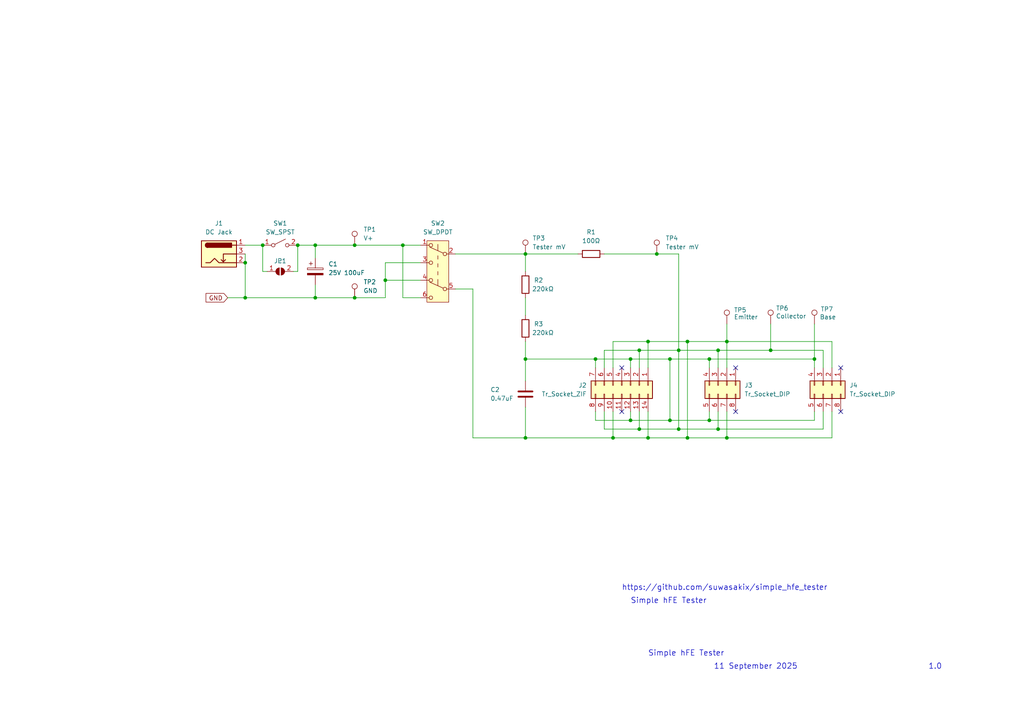
<source format=kicad_sch>
(kicad_sch
	(version 20250114)
	(generator "eeschema")
	(generator_version "9.0")
	(uuid "e63e39d7-6ac0-4ffd-8aa3-1841a4541b55")
	(paper "A4")
	(lib_symbols
		(symbol "Victwale:Barrel_Jack_Switch"
			(pin_names
				(hide yes)
			)
			(exclude_from_sim no)
			(in_bom yes)
			(on_board yes)
			(property "Reference" "J"
				(at 0 5.334 0)
				(effects
					(font
						(size 1.27 1.27)
					)
				)
			)
			(property "Value" "Barrel_Jack_Switch"
				(at 0 -5.08 0)
				(effects
					(font
						(size 1.27 1.27)
					)
				)
			)
			(property "Footprint" ""
				(at 1.27 -1.016 0)
				(effects
					(font
						(size 1.27 1.27)
					)
					(hide yes)
				)
			)
			(property "Datasheet" "~"
				(at 1.27 -1.016 0)
				(effects
					(font
						(size 1.27 1.27)
					)
					(hide yes)
				)
			)
			(property "Description" "DC Barrel Jack with an internal switch"
				(at 0 0 0)
				(effects
					(font
						(size 1.27 1.27)
					)
					(hide yes)
				)
			)
			(property "ki_keywords" "DC power barrel jack connector"
				(at 0 0 0)
				(effects
					(font
						(size 1.27 1.27)
					)
					(hide yes)
				)
			)
			(property "ki_fp_filters" "BarrelJack*"
				(at 0 0 0)
				(effects
					(font
						(size 1.27 1.27)
					)
					(hide yes)
				)
			)
			(symbol "Barrel_Jack_Switch_0_1"
				(rectangle
					(start -5.08 3.81)
					(end 5.08 -3.81)
					(stroke
						(width 0.254)
						(type default)
					)
					(fill
						(type background)
					)
				)
				(polyline
					(pts
						(xy -3.81 -2.54) (xy -2.54 -2.54) (xy -1.27 -1.27) (xy 0 -2.54) (xy 2.54 -2.54) (xy 5.08 -2.54)
					)
					(stroke
						(width 0.254)
						(type default)
					)
					(fill
						(type none)
					)
				)
				(arc
					(start -3.302 1.905)
					(mid -3.9343 2.54)
					(end -3.302 3.175)
					(stroke
						(width 0.254)
						(type default)
					)
					(fill
						(type none)
					)
				)
				(arc
					(start -3.302 1.905)
					(mid -3.9343 2.54)
					(end -3.302 3.175)
					(stroke
						(width 0.254)
						(type default)
					)
					(fill
						(type outline)
					)
				)
				(polyline
					(pts
						(xy 1.27 -2.286) (xy 1.905 -1.651)
					)
					(stroke
						(width 0.254)
						(type default)
					)
					(fill
						(type none)
					)
				)
				(rectangle
					(start 3.683 3.175)
					(end -3.302 1.905)
					(stroke
						(width 0.254)
						(type default)
					)
					(fill
						(type outline)
					)
				)
				(polyline
					(pts
						(xy 5.08 2.54) (xy 3.81 2.54)
					)
					(stroke
						(width 0.254)
						(type default)
					)
					(fill
						(type none)
					)
				)
				(polyline
					(pts
						(xy 5.08 0) (xy 1.27 0) (xy 1.27 -2.286) (xy 0.635 -1.651)
					)
					(stroke
						(width 0.254)
						(type default)
					)
					(fill
						(type none)
					)
				)
			)
			(symbol "Barrel_Jack_Switch_1_1"
				(pin passive line
					(at 7.62 2.54 180)
					(length 2.54)
					(name "~"
						(effects
							(font
								(size 1.27 1.27)
							)
						)
					)
					(number "1"
						(effects
							(font
								(size 1.27 1.27)
							)
						)
					)
				)
				(pin passive line
					(at 7.62 0 180)
					(length 2.54)
					(name "~"
						(effects
							(font
								(size 1.27 1.27)
							)
						)
					)
					(number "3"
						(effects
							(font
								(size 1.27 1.27)
							)
						)
					)
				)
				(pin passive line
					(at 7.62 -2.54 180)
					(length 2.54)
					(name "~"
						(effects
							(font
								(size 1.27 1.27)
							)
						)
					)
					(number "2"
						(effects
							(font
								(size 1.27 1.27)
							)
						)
					)
				)
			)
			(embedded_fonts no)
		)
		(symbol "Victwale:C"
			(pin_numbers
				(hide yes)
			)
			(pin_names
				(offset 0.254)
			)
			(exclude_from_sim no)
			(in_bom yes)
			(on_board yes)
			(property "Reference" "C"
				(at 0.635 2.54 0)
				(effects
					(font
						(size 1.27 1.27)
					)
					(justify left)
				)
			)
			(property "Value" "C"
				(at 0.635 -2.54 0)
				(effects
					(font
						(size 1.27 1.27)
					)
					(justify left)
				)
			)
			(property "Footprint" ""
				(at 0.9652 -3.81 0)
				(effects
					(font
						(size 1.27 1.27)
					)
					(hide yes)
				)
			)
			(property "Datasheet" "~"
				(at 0 0 0)
				(effects
					(font
						(size 1.27 1.27)
					)
					(hide yes)
				)
			)
			(property "Description" "Unpolarized capacitor"
				(at 0 0 0)
				(effects
					(font
						(size 1.27 1.27)
					)
					(hide yes)
				)
			)
			(property "ki_keywords" "cap capacitor"
				(at 0 0 0)
				(effects
					(font
						(size 1.27 1.27)
					)
					(hide yes)
				)
			)
			(property "ki_fp_filters" "C_*"
				(at 0 0 0)
				(effects
					(font
						(size 1.27 1.27)
					)
					(hide yes)
				)
			)
			(symbol "C_0_1"
				(polyline
					(pts
						(xy -2.032 0.762) (xy 2.032 0.762)
					)
					(stroke
						(width 0.508)
						(type default)
					)
					(fill
						(type none)
					)
				)
				(polyline
					(pts
						(xy -2.032 -0.762) (xy 2.032 -0.762)
					)
					(stroke
						(width 0.508)
						(type default)
					)
					(fill
						(type none)
					)
				)
			)
			(symbol "C_1_1"
				(pin passive line
					(at 0 3.81 270)
					(length 2.794)
					(name "~"
						(effects
							(font
								(size 1.27 1.27)
							)
						)
					)
					(number "1"
						(effects
							(font
								(size 1.27 1.27)
							)
						)
					)
				)
				(pin passive line
					(at 0 -3.81 90)
					(length 2.794)
					(name "~"
						(effects
							(font
								(size 1.27 1.27)
							)
						)
					)
					(number "2"
						(effects
							(font
								(size 1.27 1.27)
							)
						)
					)
				)
			)
			(embedded_fonts no)
		)
		(symbol "Victwale:C_Polarized"
			(pin_numbers
				(hide yes)
			)
			(pin_names
				(offset 0.254)
			)
			(exclude_from_sim no)
			(in_bom yes)
			(on_board yes)
			(property "Reference" "C"
				(at 0.635 2.54 0)
				(effects
					(font
						(size 1.27 1.27)
					)
					(justify left)
				)
			)
			(property "Value" "C_Polarized"
				(at 0.635 -2.54 0)
				(effects
					(font
						(size 1.27 1.27)
					)
					(justify left)
				)
			)
			(property "Footprint" ""
				(at 0.9652 -3.81 0)
				(effects
					(font
						(size 1.27 1.27)
					)
					(hide yes)
				)
			)
			(property "Datasheet" "~"
				(at 0 0 0)
				(effects
					(font
						(size 1.27 1.27)
					)
					(hide yes)
				)
			)
			(property "Description" "Polarized capacitor"
				(at 0 0 0)
				(effects
					(font
						(size 1.27 1.27)
					)
					(hide yes)
				)
			)
			(property "ki_keywords" "cap capacitor"
				(at 0 0 0)
				(effects
					(font
						(size 1.27 1.27)
					)
					(hide yes)
				)
			)
			(property "ki_fp_filters" "CP_*"
				(at 0 0 0)
				(effects
					(font
						(size 1.27 1.27)
					)
					(hide yes)
				)
			)
			(symbol "C_Polarized_0_1"
				(rectangle
					(start -2.286 0.508)
					(end 2.286 1.016)
					(stroke
						(width 0)
						(type default)
					)
					(fill
						(type none)
					)
				)
				(polyline
					(pts
						(xy -1.778 2.286) (xy -0.762 2.286)
					)
					(stroke
						(width 0)
						(type default)
					)
					(fill
						(type none)
					)
				)
				(polyline
					(pts
						(xy -1.27 2.794) (xy -1.27 1.778)
					)
					(stroke
						(width 0)
						(type default)
					)
					(fill
						(type none)
					)
				)
				(rectangle
					(start 2.286 -0.508)
					(end -2.286 -1.016)
					(stroke
						(width 0)
						(type default)
					)
					(fill
						(type outline)
					)
				)
			)
			(symbol "C_Polarized_1_1"
				(pin passive line
					(at 0 3.81 270)
					(length 2.794)
					(name "~"
						(effects
							(font
								(size 1.27 1.27)
							)
						)
					)
					(number "1"
						(effects
							(font
								(size 1.27 1.27)
							)
						)
					)
				)
				(pin passive line
					(at 0 -3.81 90)
					(length 2.794)
					(name "~"
						(effects
							(font
								(size 1.27 1.27)
							)
						)
					)
					(number "2"
						(effects
							(font
								(size 1.27 1.27)
							)
						)
					)
				)
			)
			(embedded_fonts no)
		)
		(symbol "Victwale:Conn_02x04_Counter_Clockwise"
			(pin_names
				(offset 1.016)
				(hide yes)
			)
			(exclude_from_sim no)
			(in_bom yes)
			(on_board yes)
			(property "Reference" "J"
				(at 1.27 5.08 0)
				(effects
					(font
						(size 1.27 1.27)
					)
				)
			)
			(property "Value" "Conn_02x04_Counter_Clockwise"
				(at 1.27 -7.62 0)
				(effects
					(font
						(size 1.27 1.27)
					)
				)
			)
			(property "Footprint" ""
				(at 0 0 0)
				(effects
					(font
						(size 1.27 1.27)
					)
					(hide yes)
				)
			)
			(property "Datasheet" "~"
				(at 0 0 0)
				(effects
					(font
						(size 1.27 1.27)
					)
					(hide yes)
				)
			)
			(property "Description" "Generic connector, double row, 02x04, counter clockwise pin numbering scheme (similar to DIP package numbering), script generated (kicad-library-utils/schlib/autogen/connector/)"
				(at 0 0 0)
				(effects
					(font
						(size 1.27 1.27)
					)
					(hide yes)
				)
			)
			(property "ki_keywords" "connector"
				(at 0 0 0)
				(effects
					(font
						(size 1.27 1.27)
					)
					(hide yes)
				)
			)
			(property "ki_fp_filters" "Connector*:*_2x??_*"
				(at 0 0 0)
				(effects
					(font
						(size 1.27 1.27)
					)
					(hide yes)
				)
			)
			(symbol "Conn_02x04_Counter_Clockwise_1_1"
				(rectangle
					(start -1.27 3.81)
					(end 3.81 -6.35)
					(stroke
						(width 0.254)
						(type default)
					)
					(fill
						(type background)
					)
				)
				(rectangle
					(start -1.27 2.667)
					(end 0 2.413)
					(stroke
						(width 0.1524)
						(type default)
					)
					(fill
						(type none)
					)
				)
				(rectangle
					(start -1.27 0.127)
					(end 0 -0.127)
					(stroke
						(width 0.1524)
						(type default)
					)
					(fill
						(type none)
					)
				)
				(rectangle
					(start -1.27 -2.413)
					(end 0 -2.667)
					(stroke
						(width 0.1524)
						(type default)
					)
					(fill
						(type none)
					)
				)
				(rectangle
					(start -1.27 -4.953)
					(end 0 -5.207)
					(stroke
						(width 0.1524)
						(type default)
					)
					(fill
						(type none)
					)
				)
				(rectangle
					(start 3.81 2.667)
					(end 2.54 2.413)
					(stroke
						(width 0.1524)
						(type default)
					)
					(fill
						(type none)
					)
				)
				(rectangle
					(start 3.81 0.127)
					(end 2.54 -0.127)
					(stroke
						(width 0.1524)
						(type default)
					)
					(fill
						(type none)
					)
				)
				(rectangle
					(start 3.81 -2.413)
					(end 2.54 -2.667)
					(stroke
						(width 0.1524)
						(type default)
					)
					(fill
						(type none)
					)
				)
				(rectangle
					(start 3.81 -4.953)
					(end 2.54 -5.207)
					(stroke
						(width 0.1524)
						(type default)
					)
					(fill
						(type none)
					)
				)
				(pin passive line
					(at -5.08 2.54 0)
					(length 3.81)
					(name "Pin_1"
						(effects
							(font
								(size 1.27 1.27)
							)
						)
					)
					(number "1"
						(effects
							(font
								(size 1.27 1.27)
							)
						)
					)
				)
				(pin passive line
					(at -5.08 0 0)
					(length 3.81)
					(name "Pin_2"
						(effects
							(font
								(size 1.27 1.27)
							)
						)
					)
					(number "2"
						(effects
							(font
								(size 1.27 1.27)
							)
						)
					)
				)
				(pin passive line
					(at -5.08 -2.54 0)
					(length 3.81)
					(name "Pin_3"
						(effects
							(font
								(size 1.27 1.27)
							)
						)
					)
					(number "3"
						(effects
							(font
								(size 1.27 1.27)
							)
						)
					)
				)
				(pin passive line
					(at -5.08 -5.08 0)
					(length 3.81)
					(name "Pin_4"
						(effects
							(font
								(size 1.27 1.27)
							)
						)
					)
					(number "4"
						(effects
							(font
								(size 1.27 1.27)
							)
						)
					)
				)
				(pin passive line
					(at 7.62 2.54 180)
					(length 3.81)
					(name "Pin_8"
						(effects
							(font
								(size 1.27 1.27)
							)
						)
					)
					(number "8"
						(effects
							(font
								(size 1.27 1.27)
							)
						)
					)
				)
				(pin passive line
					(at 7.62 0 180)
					(length 3.81)
					(name "Pin_7"
						(effects
							(font
								(size 1.27 1.27)
							)
						)
					)
					(number "7"
						(effects
							(font
								(size 1.27 1.27)
							)
						)
					)
				)
				(pin passive line
					(at 7.62 -2.54 180)
					(length 3.81)
					(name "Pin_6"
						(effects
							(font
								(size 1.27 1.27)
							)
						)
					)
					(number "6"
						(effects
							(font
								(size 1.27 1.27)
							)
						)
					)
				)
				(pin passive line
					(at 7.62 -5.08 180)
					(length 3.81)
					(name "Pin_5"
						(effects
							(font
								(size 1.27 1.27)
							)
						)
					)
					(number "5"
						(effects
							(font
								(size 1.27 1.27)
							)
						)
					)
				)
			)
			(embedded_fonts no)
		)
		(symbol "Victwale:Conn_02x07_Counter_Clockwise"
			(pin_names
				(offset 1.016)
				(hide yes)
			)
			(exclude_from_sim no)
			(in_bom yes)
			(on_board yes)
			(property "Reference" "J"
				(at 1.27 10.16 0)
				(effects
					(font
						(size 1.27 1.27)
					)
				)
			)
			(property "Value" "Conn_02x07_Counter_Clockwise"
				(at 1.27 -10.16 0)
				(effects
					(font
						(size 1.27 1.27)
					)
				)
			)
			(property "Footprint" ""
				(at 0 0 0)
				(effects
					(font
						(size 1.27 1.27)
					)
					(hide yes)
				)
			)
			(property "Datasheet" "~"
				(at 0 0 0)
				(effects
					(font
						(size 1.27 1.27)
					)
					(hide yes)
				)
			)
			(property "Description" "Generic connector, double row, 02x07, counter clockwise pin numbering scheme (similar to DIP package numbering), script generated (kicad-library-utils/schlib/autogen/connector/)"
				(at 0 0 0)
				(effects
					(font
						(size 1.27 1.27)
					)
					(hide yes)
				)
			)
			(property "ki_keywords" "connector"
				(at 0 0 0)
				(effects
					(font
						(size 1.27 1.27)
					)
					(hide yes)
				)
			)
			(property "ki_fp_filters" "Connector*:*_2x??_*"
				(at 0 0 0)
				(effects
					(font
						(size 1.27 1.27)
					)
					(hide yes)
				)
			)
			(symbol "Conn_02x07_Counter_Clockwise_1_1"
				(rectangle
					(start -1.27 8.89)
					(end 3.81 -8.89)
					(stroke
						(width 0.254)
						(type default)
					)
					(fill
						(type background)
					)
				)
				(rectangle
					(start -1.27 7.747)
					(end 0 7.493)
					(stroke
						(width 0.1524)
						(type default)
					)
					(fill
						(type none)
					)
				)
				(rectangle
					(start -1.27 5.207)
					(end 0 4.953)
					(stroke
						(width 0.1524)
						(type default)
					)
					(fill
						(type none)
					)
				)
				(rectangle
					(start -1.27 2.667)
					(end 0 2.413)
					(stroke
						(width 0.1524)
						(type default)
					)
					(fill
						(type none)
					)
				)
				(rectangle
					(start -1.27 0.127)
					(end 0 -0.127)
					(stroke
						(width 0.1524)
						(type default)
					)
					(fill
						(type none)
					)
				)
				(rectangle
					(start -1.27 -2.413)
					(end 0 -2.667)
					(stroke
						(width 0.1524)
						(type default)
					)
					(fill
						(type none)
					)
				)
				(rectangle
					(start -1.27 -4.953)
					(end 0 -5.207)
					(stroke
						(width 0.1524)
						(type default)
					)
					(fill
						(type none)
					)
				)
				(rectangle
					(start -1.27 -7.493)
					(end 0 -7.747)
					(stroke
						(width 0.1524)
						(type default)
					)
					(fill
						(type none)
					)
				)
				(rectangle
					(start 3.81 7.747)
					(end 2.54 7.493)
					(stroke
						(width 0.1524)
						(type default)
					)
					(fill
						(type none)
					)
				)
				(rectangle
					(start 3.81 5.207)
					(end 2.54 4.953)
					(stroke
						(width 0.1524)
						(type default)
					)
					(fill
						(type none)
					)
				)
				(rectangle
					(start 3.81 2.667)
					(end 2.54 2.413)
					(stroke
						(width 0.1524)
						(type default)
					)
					(fill
						(type none)
					)
				)
				(rectangle
					(start 3.81 0.127)
					(end 2.54 -0.127)
					(stroke
						(width 0.1524)
						(type default)
					)
					(fill
						(type none)
					)
				)
				(rectangle
					(start 3.81 -2.413)
					(end 2.54 -2.667)
					(stroke
						(width 0.1524)
						(type default)
					)
					(fill
						(type none)
					)
				)
				(rectangle
					(start 3.81 -4.953)
					(end 2.54 -5.207)
					(stroke
						(width 0.1524)
						(type default)
					)
					(fill
						(type none)
					)
				)
				(rectangle
					(start 3.81 -7.493)
					(end 2.54 -7.747)
					(stroke
						(width 0.1524)
						(type default)
					)
					(fill
						(type none)
					)
				)
				(pin passive line
					(at -5.08 7.62 0)
					(length 3.81)
					(name "Pin_1"
						(effects
							(font
								(size 1.27 1.27)
							)
						)
					)
					(number "1"
						(effects
							(font
								(size 1.27 1.27)
							)
						)
					)
				)
				(pin passive line
					(at -5.08 5.08 0)
					(length 3.81)
					(name "Pin_2"
						(effects
							(font
								(size 1.27 1.27)
							)
						)
					)
					(number "2"
						(effects
							(font
								(size 1.27 1.27)
							)
						)
					)
				)
				(pin passive line
					(at -5.08 2.54 0)
					(length 3.81)
					(name "Pin_3"
						(effects
							(font
								(size 1.27 1.27)
							)
						)
					)
					(number "3"
						(effects
							(font
								(size 1.27 1.27)
							)
						)
					)
				)
				(pin passive line
					(at -5.08 0 0)
					(length 3.81)
					(name "Pin_4"
						(effects
							(font
								(size 1.27 1.27)
							)
						)
					)
					(number "4"
						(effects
							(font
								(size 1.27 1.27)
							)
						)
					)
				)
				(pin passive line
					(at -5.08 -2.54 0)
					(length 3.81)
					(name "Pin_5"
						(effects
							(font
								(size 1.27 1.27)
							)
						)
					)
					(number "5"
						(effects
							(font
								(size 1.27 1.27)
							)
						)
					)
				)
				(pin passive line
					(at -5.08 -5.08 0)
					(length 3.81)
					(name "Pin_6"
						(effects
							(font
								(size 1.27 1.27)
							)
						)
					)
					(number "6"
						(effects
							(font
								(size 1.27 1.27)
							)
						)
					)
				)
				(pin passive line
					(at -5.08 -7.62 0)
					(length 3.81)
					(name "Pin_7"
						(effects
							(font
								(size 1.27 1.27)
							)
						)
					)
					(number "7"
						(effects
							(font
								(size 1.27 1.27)
							)
						)
					)
				)
				(pin passive line
					(at 7.62 7.62 180)
					(length 3.81)
					(name "Pin_14"
						(effects
							(font
								(size 1.27 1.27)
							)
						)
					)
					(number "14"
						(effects
							(font
								(size 1.27 1.27)
							)
						)
					)
				)
				(pin passive line
					(at 7.62 5.08 180)
					(length 3.81)
					(name "Pin_13"
						(effects
							(font
								(size 1.27 1.27)
							)
						)
					)
					(number "13"
						(effects
							(font
								(size 1.27 1.27)
							)
						)
					)
				)
				(pin passive line
					(at 7.62 2.54 180)
					(length 3.81)
					(name "Pin_12"
						(effects
							(font
								(size 1.27 1.27)
							)
						)
					)
					(number "12"
						(effects
							(font
								(size 1.27 1.27)
							)
						)
					)
				)
				(pin passive line
					(at 7.62 0 180)
					(length 3.81)
					(name "Pin_11"
						(effects
							(font
								(size 1.27 1.27)
							)
						)
					)
					(number "11"
						(effects
							(font
								(size 1.27 1.27)
							)
						)
					)
				)
				(pin passive line
					(at 7.62 -2.54 180)
					(length 3.81)
					(name "Pin_10"
						(effects
							(font
								(size 1.27 1.27)
							)
						)
					)
					(number "10"
						(effects
							(font
								(size 1.27 1.27)
							)
						)
					)
				)
				(pin passive line
					(at 7.62 -5.08 180)
					(length 3.81)
					(name "Pin_9"
						(effects
							(font
								(size 1.27 1.27)
							)
						)
					)
					(number "9"
						(effects
							(font
								(size 1.27 1.27)
							)
						)
					)
				)
				(pin passive line
					(at 7.62 -7.62 180)
					(length 3.81)
					(name "Pin_8"
						(effects
							(font
								(size 1.27 1.27)
							)
						)
					)
					(number "8"
						(effects
							(font
								(size 1.27 1.27)
							)
						)
					)
				)
			)
			(embedded_fonts no)
		)
		(symbol "Victwale:R"
			(pin_numbers
				(hide yes)
			)
			(pin_names
				(offset 0)
			)
			(exclude_from_sim no)
			(in_bom yes)
			(on_board yes)
			(property "Reference" "R"
				(at 2.032 0 90)
				(effects
					(font
						(size 1.27 1.27)
					)
				)
			)
			(property "Value" "R"
				(at 0 0 90)
				(effects
					(font
						(size 1.27 1.27)
					)
				)
			)
			(property "Footprint" ""
				(at -1.778 0 90)
				(effects
					(font
						(size 1.27 1.27)
					)
					(hide yes)
				)
			)
			(property "Datasheet" "~"
				(at 0 0 0)
				(effects
					(font
						(size 1.27 1.27)
					)
					(hide yes)
				)
			)
			(property "Description" "Resistor"
				(at 0 0 0)
				(effects
					(font
						(size 1.27 1.27)
					)
					(hide yes)
				)
			)
			(property "ki_keywords" "R res resistor"
				(at 0 0 0)
				(effects
					(font
						(size 1.27 1.27)
					)
					(hide yes)
				)
			)
			(property "ki_fp_filters" "R_*"
				(at 0 0 0)
				(effects
					(font
						(size 1.27 1.27)
					)
					(hide yes)
				)
			)
			(symbol "R_0_1"
				(rectangle
					(start -1.016 -2.54)
					(end 1.016 2.54)
					(stroke
						(width 0.254)
						(type default)
					)
					(fill
						(type none)
					)
				)
			)
			(symbol "R_1_1"
				(pin passive line
					(at 0 3.81 270)
					(length 1.27)
					(name "~"
						(effects
							(font
								(size 1.27 1.27)
							)
						)
					)
					(number "1"
						(effects
							(font
								(size 1.27 1.27)
							)
						)
					)
				)
				(pin passive line
					(at 0 -3.81 90)
					(length 1.27)
					(name "~"
						(effects
							(font
								(size 1.27 1.27)
							)
						)
					)
					(number "2"
						(effects
							(font
								(size 1.27 1.27)
							)
						)
					)
				)
			)
			(embedded_fonts no)
		)
		(symbol "Victwale:SW_Push_DPDT"
			(pin_names
				(offset 0)
				(hide yes)
			)
			(exclude_from_sim no)
			(in_bom yes)
			(on_board yes)
			(property "Reference" "SW"
				(at 0 10.16 0)
				(effects
					(font
						(size 1.27 1.27)
					)
				)
			)
			(property "Value" "SW_Push_DPDT"
				(at 0 -10.16 0)
				(effects
					(font
						(size 1.27 1.27)
					)
				)
			)
			(property "Footprint" ""
				(at 0 5.08 0)
				(effects
					(font
						(size 1.27 1.27)
					)
					(hide yes)
				)
			)
			(property "Datasheet" "~"
				(at 0 5.08 0)
				(effects
					(font
						(size 1.27 1.27)
					)
					(hide yes)
				)
			)
			(property "Description" "Momentary Switch, dual pole double throw"
				(at 0 0 0)
				(effects
					(font
						(size 1.27 1.27)
					)
					(hide yes)
				)
			)
			(property "ki_keywords" "switch dual-pole double-throw spdt ON-ON"
				(at 0 0 0)
				(effects
					(font
						(size 1.27 1.27)
					)
					(hide yes)
				)
			)
			(symbol "SW_Push_DPDT_0_0"
				(circle
					(center -2.032 5.08)
					(radius 0.508)
					(stroke
						(width 0)
						(type default)
					)
					(fill
						(type none)
					)
				)
				(circle
					(center -2.032 -5.08)
					(radius 0.508)
					(stroke
						(width 0)
						(type default)
					)
					(fill
						(type none)
					)
				)
				(circle
					(center 2.032 2.54)
					(radius 0.508)
					(stroke
						(width 0)
						(type default)
					)
					(fill
						(type none)
					)
				)
				(circle
					(center 2.032 -7.62)
					(radius 0.508)
					(stroke
						(width 0)
						(type default)
					)
					(fill
						(type none)
					)
				)
			)
			(symbol "SW_Push_DPDT_0_1"
				(polyline
					(pts
						(xy -1.524 5.334) (xy 2.3368 7.0612)
					)
					(stroke
						(width 0)
						(type default)
					)
					(fill
						(type none)
					)
				)
				(polyline
					(pts
						(xy -1.524 -4.826) (xy 2.3368 -3.0988)
					)
					(stroke
						(width 0)
						(type default)
					)
					(fill
						(type none)
					)
				)
				(polyline
					(pts
						(xy 0 7.874) (xy 0 6.096)
					)
					(stroke
						(width 0)
						(type default)
					)
					(fill
						(type none)
					)
				)
				(polyline
					(pts
						(xy 0 3.556) (xy 0 4.572)
					)
					(stroke
						(width 0)
						(type default)
					)
					(fill
						(type none)
					)
				)
				(polyline
					(pts
						(xy 0 1.27) (xy 0 2.286)
					)
					(stroke
						(width 0)
						(type default)
					)
					(fill
						(type none)
					)
				)
				(polyline
					(pts
						(xy 0 -1.016) (xy 0 0)
					)
					(stroke
						(width 0)
						(type default)
					)
					(fill
						(type none)
					)
				)
				(polyline
					(pts
						(xy 0 -2.286) (xy 0 -4.064)
					)
					(stroke
						(width 0)
						(type default)
					)
					(fill
						(type none)
					)
				)
				(circle
					(center 2.032 7.62)
					(radius 0.508)
					(stroke
						(width 0)
						(type default)
					)
					(fill
						(type none)
					)
				)
				(circle
					(center 2.032 -2.54)
					(radius 0.508)
					(stroke
						(width 0)
						(type default)
					)
					(fill
						(type none)
					)
				)
			)
			(symbol "SW_Push_DPDT_1_1"
				(rectangle
					(start -3.175 8.89)
					(end 3.175 -8.89)
					(stroke
						(width 0)
						(type default)
					)
					(fill
						(type background)
					)
				)
				(pin passive line
					(at -5.08 5.08 0)
					(length 2.54)
					(name "B"
						(effects
							(font
								(size 1.27 1.27)
							)
						)
					)
					(number "2"
						(effects
							(font
								(size 1.27 1.27)
							)
						)
					)
				)
				(pin passive line
					(at -5.08 -5.08 0)
					(length 2.54)
					(name "B"
						(effects
							(font
								(size 1.27 1.27)
							)
						)
					)
					(number "5"
						(effects
							(font
								(size 1.27 1.27)
							)
						)
					)
				)
				(pin passive line
					(at 5.08 7.62 180)
					(length 2.54)
					(name "A"
						(effects
							(font
								(size 1.27 1.27)
							)
						)
					)
					(number "1"
						(effects
							(font
								(size 1.27 1.27)
							)
						)
					)
				)
				(pin passive line
					(at 5.08 2.54 180)
					(length 2.54)
					(name "C"
						(effects
							(font
								(size 1.27 1.27)
							)
						)
					)
					(number "3"
						(effects
							(font
								(size 1.27 1.27)
							)
						)
					)
				)
				(pin passive line
					(at 5.08 -2.54 180)
					(length 2.54)
					(name "A"
						(effects
							(font
								(size 1.27 1.27)
							)
						)
					)
					(number "4"
						(effects
							(font
								(size 1.27 1.27)
							)
						)
					)
				)
				(pin passive line
					(at 5.08 -7.62 180)
					(length 2.54)
					(name "C"
						(effects
							(font
								(size 1.27 1.27)
							)
						)
					)
					(number "6"
						(effects
							(font
								(size 1.27 1.27)
							)
						)
					)
				)
			)
			(embedded_fonts no)
		)
		(symbol "Victwale:SW_SPST"
			(pin_names
				(offset 0)
				(hide yes)
			)
			(exclude_from_sim no)
			(in_bom yes)
			(on_board yes)
			(property "Reference" "SW"
				(at 0 3.175 0)
				(effects
					(font
						(size 1.27 1.27)
					)
				)
			)
			(property "Value" "SW_SPST"
				(at 0 -2.54 0)
				(effects
					(font
						(size 1.27 1.27)
					)
				)
			)
			(property "Footprint" ""
				(at 0 0 0)
				(effects
					(font
						(size 1.27 1.27)
					)
					(hide yes)
				)
			)
			(property "Datasheet" "~"
				(at 0 0 0)
				(effects
					(font
						(size 1.27 1.27)
					)
					(hide yes)
				)
			)
			(property "Description" "Single Pole Single Throw (SPST) switch"
				(at 0 0 0)
				(effects
					(font
						(size 1.27 1.27)
					)
					(hide yes)
				)
			)
			(property "ki_keywords" "switch lever"
				(at 0 0 0)
				(effects
					(font
						(size 1.27 1.27)
					)
					(hide yes)
				)
			)
			(symbol "SW_SPST_0_0"
				(circle
					(center -2.032 0)
					(radius 0.508)
					(stroke
						(width 0)
						(type default)
					)
					(fill
						(type none)
					)
				)
				(polyline
					(pts
						(xy -1.524 0.254) (xy 1.524 1.778)
					)
					(stroke
						(width 0)
						(type default)
					)
					(fill
						(type none)
					)
				)
				(circle
					(center 2.032 0)
					(radius 0.508)
					(stroke
						(width 0)
						(type default)
					)
					(fill
						(type none)
					)
				)
			)
			(symbol "SW_SPST_1_1"
				(pin passive line
					(at -5.08 0 0)
					(length 2.54)
					(name "A"
						(effects
							(font
								(size 1.27 1.27)
							)
						)
					)
					(number "1"
						(effects
							(font
								(size 1.27 1.27)
							)
						)
					)
				)
				(pin passive line
					(at 5.08 0 180)
					(length 2.54)
					(name "B"
						(effects
							(font
								(size 1.27 1.27)
							)
						)
					)
					(number "2"
						(effects
							(font
								(size 1.27 1.27)
							)
						)
					)
				)
			)
			(embedded_fonts no)
		)
		(symbol "Victwale:SolderJumper_2_Open"
			(pin_names
				(offset 0)
				(hide yes)
			)
			(exclude_from_sim no)
			(in_bom yes)
			(on_board yes)
			(property "Reference" "JP"
				(at 0 2.032 0)
				(effects
					(font
						(size 1.27 1.27)
					)
				)
			)
			(property "Value" "SolderJumper_2_Open"
				(at 0 -2.54 0)
				(effects
					(font
						(size 1.27 1.27)
					)
				)
			)
			(property "Footprint" ""
				(at 0 0 0)
				(effects
					(font
						(size 1.27 1.27)
					)
					(hide yes)
				)
			)
			(property "Datasheet" "~"
				(at 0 0 0)
				(effects
					(font
						(size 1.27 1.27)
					)
					(hide yes)
				)
			)
			(property "Description" "Solder Jumper, 2-pole, open"
				(at 0 0 0)
				(effects
					(font
						(size 1.27 1.27)
					)
					(hide yes)
				)
			)
			(property "ki_keywords" "solder jumper SPST"
				(at 0 0 0)
				(effects
					(font
						(size 1.27 1.27)
					)
					(hide yes)
				)
			)
			(property "ki_fp_filters" "SolderJumper*Open*"
				(at 0 0 0)
				(effects
					(font
						(size 1.27 1.27)
					)
					(hide yes)
				)
			)
			(symbol "SolderJumper_2_Open_0_1"
				(polyline
					(pts
						(xy -0.254 1.016) (xy -0.254 -1.016)
					)
					(stroke
						(width 0)
						(type default)
					)
					(fill
						(type none)
					)
				)
				(arc
					(start -0.254 -1.016)
					(mid -1.2656 0)
					(end -0.254 1.016)
					(stroke
						(width 0)
						(type default)
					)
					(fill
						(type none)
					)
				)
				(arc
					(start -0.254 -1.016)
					(mid -1.2656 0)
					(end -0.254 1.016)
					(stroke
						(width 0)
						(type default)
					)
					(fill
						(type outline)
					)
				)
				(arc
					(start 0.254 1.016)
					(mid 1.2656 0)
					(end 0.254 -1.016)
					(stroke
						(width 0)
						(type default)
					)
					(fill
						(type none)
					)
				)
				(arc
					(start 0.254 1.016)
					(mid 1.2656 0)
					(end 0.254 -1.016)
					(stroke
						(width 0)
						(type default)
					)
					(fill
						(type outline)
					)
				)
				(polyline
					(pts
						(xy 0.254 1.016) (xy 0.254 -1.016)
					)
					(stroke
						(width 0)
						(type default)
					)
					(fill
						(type none)
					)
				)
			)
			(symbol "SolderJumper_2_Open_1_1"
				(pin passive line
					(at -3.81 0 0)
					(length 2.54)
					(name "A"
						(effects
							(font
								(size 1.27 1.27)
							)
						)
					)
					(number "1"
						(effects
							(font
								(size 1.27 1.27)
							)
						)
					)
				)
				(pin passive line
					(at 3.81 0 180)
					(length 2.54)
					(name "B"
						(effects
							(font
								(size 1.27 1.27)
							)
						)
					)
					(number "2"
						(effects
							(font
								(size 1.27 1.27)
							)
						)
					)
				)
			)
			(embedded_fonts no)
		)
		(symbol "Victwale:TestPoint"
			(pin_numbers
				(hide yes)
			)
			(pin_names
				(offset 0.762)
				(hide yes)
			)
			(exclude_from_sim no)
			(in_bom yes)
			(on_board yes)
			(property "Reference" "TP"
				(at 0 6.858 0)
				(effects
					(font
						(size 1.27 1.27)
					)
				)
			)
			(property "Value" "TestPoint"
				(at 0 5.08 0)
				(effects
					(font
						(size 1.27 1.27)
					)
				)
			)
			(property "Footprint" ""
				(at 5.08 0 0)
				(effects
					(font
						(size 1.27 1.27)
					)
					(hide yes)
				)
			)
			(property "Datasheet" "~"
				(at 5.08 0 0)
				(effects
					(font
						(size 1.27 1.27)
					)
					(hide yes)
				)
			)
			(property "Description" "test point"
				(at 0 0 0)
				(effects
					(font
						(size 1.27 1.27)
					)
					(hide yes)
				)
			)
			(property "ki_keywords" "test point tp"
				(at 0 0 0)
				(effects
					(font
						(size 1.27 1.27)
					)
					(hide yes)
				)
			)
			(property "ki_fp_filters" "Pin* Test*"
				(at 0 0 0)
				(effects
					(font
						(size 1.27 1.27)
					)
					(hide yes)
				)
			)
			(symbol "TestPoint_0_1"
				(circle
					(center 0 3.302)
					(radius 0.762)
					(stroke
						(width 0)
						(type default)
					)
					(fill
						(type none)
					)
				)
			)
			(symbol "TestPoint_1_1"
				(pin passive line
					(at 0 0 90)
					(length 2.54)
					(name "1"
						(effects
							(font
								(size 1.27 1.27)
							)
						)
					)
					(number "1"
						(effects
							(font
								(size 1.27 1.27)
							)
						)
					)
				)
			)
			(embedded_fonts no)
		)
	)
	(text "Simple hFE Tester"
		(exclude_from_sim no)
		(at 187.96 190.5 0)
		(effects
			(font
				(size 1.6 1.6)
			)
			(justify left bottom)
		)
		(uuid "46921c1f-bdeb-4788-94e2-0c9bd6035141")
	)
	(text "1.0"
		(exclude_from_sim no)
		(at 269.24 194.31 0)
		(effects
			(font
				(size 1.6 1.6)
			)
			(justify left bottom)
		)
		(uuid "47137ae1-6e37-474c-a18c-7434b2cf6e64")
	)
	(text "11 September 2025"
		(exclude_from_sim no)
		(at 207.01 194.31 0)
		(effects
			(font
				(size 1.6 1.6)
			)
			(justify left bottom)
		)
		(uuid "746b1feb-eb3b-468b-80a6-6ec6c130a27c")
	)
	(text "Simple hFE Tester"
		(exclude_from_sim no)
		(at 182.88 175.26 0)
		(effects
			(font
				(size 1.6 1.6)
			)
			(justify left bottom)
		)
		(uuid "c602aef7-cc41-404f-ad7e-82db5a0d1f5a")
	)
	(text "https://github.com/suwasakix/simple_hfe_tester"
		(exclude_from_sim no)
		(at 180.34 171.45 0)
		(effects
			(font
				(size 1.6 1.6)
			)
			(justify left bottom)
		)
		(uuid "d998c3d6-e590-4c0a-8435-47c499599d7e")
	)
	(junction
		(at 187.96 127)
		(diameter 0)
		(color 0 0 0 0)
		(uuid "03522cb1-2373-4f11-b417-9cb96a087d74")
	)
	(junction
		(at 152.4 127)
		(diameter 0)
		(color 0 0 0 0)
		(uuid "058534b5-a9ed-4769-b871-1c2e5972a7ac")
	)
	(junction
		(at 196.85 124.46)
		(diameter 0)
		(color 0 0 0 0)
		(uuid "0ce35093-51bd-4511-b25f-7b476bdc2301")
	)
	(junction
		(at 111.76 81.28)
		(diameter 0)
		(color 0 0 0 0)
		(uuid "0f8009fd-a988-4706-a0be-519733bb61bc")
	)
	(junction
		(at 91.44 71.12)
		(diameter 0)
		(color 0 0 0 0)
		(uuid "1289984d-4ab9-41f3-8990-cccde5a5b838")
	)
	(junction
		(at 210.82 127)
		(diameter 0)
		(color 0 0 0 0)
		(uuid "2161517a-93a6-4ac1-8931-b6c51cf882b1")
	)
	(junction
		(at 116.84 71.12)
		(diameter 0)
		(color 0 0 0 0)
		(uuid "2572889f-8a91-4588-832c-c5a96824d8a2")
	)
	(junction
		(at 187.96 99.06)
		(diameter 0)
		(color 0 0 0 0)
		(uuid "31809ea5-4846-4906-a3a7-47182aea540b")
	)
	(junction
		(at 172.72 104.14)
		(diameter 0)
		(color 0 0 0 0)
		(uuid "34e6feb5-ae79-45b6-9c18-bdf10f72f033")
	)
	(junction
		(at 185.42 101.6)
		(diameter 0)
		(color 0 0 0 0)
		(uuid "39b89cf4-fcd3-4644-8e2f-2078b5d1edc1")
	)
	(junction
		(at 223.52 101.6)
		(diameter 0)
		(color 0 0 0 0)
		(uuid "3e080402-22d8-4488-95f3-35fd54041f82")
	)
	(junction
		(at 185.42 124.46)
		(diameter 0)
		(color 0 0 0 0)
		(uuid "43334b0a-5082-4ab5-a2f7-39f2cb480c7c")
	)
	(junction
		(at 86.36 71.12)
		(diameter 0)
		(color 0 0 0 0)
		(uuid "449fb9ec-f867-4803-80d0-de1638570acc")
	)
	(junction
		(at 199.39 127)
		(diameter 0)
		(color 0 0 0 0)
		(uuid "4d66d304-497e-47e5-bf3e-d5c373da1539")
	)
	(junction
		(at 102.87 71.12)
		(diameter 0)
		(color 0 0 0 0)
		(uuid "541dc666-fe42-4fd4-988c-b7c37d880b84")
	)
	(junction
		(at 190.5 73.66)
		(diameter 0)
		(color 0 0 0 0)
		(uuid "5441671f-81ae-489b-8c40-35846a79378b")
	)
	(junction
		(at 196.85 101.6)
		(diameter 0)
		(color 0 0 0 0)
		(uuid "62cee1b4-c743-4ba6-ae08-14858a946edd")
	)
	(junction
		(at 91.44 86.36)
		(diameter 0)
		(color 0 0 0 0)
		(uuid "64495853-a801-47de-b139-34ab3db312b3")
	)
	(junction
		(at 76.2 71.12)
		(diameter 0)
		(color 0 0 0 0)
		(uuid "68c701ea-ac5d-41ea-8f3c-9f017341d63a")
	)
	(junction
		(at 102.87 86.36)
		(diameter 0)
		(color 0 0 0 0)
		(uuid "7693550f-a40b-4746-b051-4252f0d36f34")
	)
	(junction
		(at 208.28 101.6)
		(diameter 0)
		(color 0 0 0 0)
		(uuid "7c515192-fca1-44d5-bbda-cf4ec62cc203")
	)
	(junction
		(at 152.4 104.14)
		(diameter 0)
		(color 0 0 0 0)
		(uuid "7e2d6248-e31e-4eef-a1eb-e7c2a2dae81c")
	)
	(junction
		(at 182.88 121.92)
		(diameter 0)
		(color 0 0 0 0)
		(uuid "80b5b377-03b5-4540-917e-695bb88ccad0")
	)
	(junction
		(at 199.39 99.06)
		(diameter 0)
		(color 0 0 0 0)
		(uuid "86e5509c-ac4e-421a-bfba-611a47f56f0a")
	)
	(junction
		(at 152.4 73.66)
		(diameter 0)
		(color 0 0 0 0)
		(uuid "877d0738-41ed-4e19-b021-36ab6a9abb33")
	)
	(junction
		(at 71.12 86.36)
		(diameter 0)
		(color 0 0 0 0)
		(uuid "95b89771-a292-4f6a-91b4-ac853b71b7fa")
	)
	(junction
		(at 71.12 76.2)
		(diameter 0)
		(color 0 0 0 0)
		(uuid "964e9395-8fe1-432b-a91d-dc3d552e3e54")
	)
	(junction
		(at 205.74 104.14)
		(diameter 0)
		(color 0 0 0 0)
		(uuid "9cc47c69-f6cc-49f8-a993-aee6286f3fec")
	)
	(junction
		(at 177.8 127)
		(diameter 0)
		(color 0 0 0 0)
		(uuid "c902d0a5-7a47-4c10-aa0f-ce670db4bb56")
	)
	(junction
		(at 210.82 99.06)
		(diameter 0)
		(color 0 0 0 0)
		(uuid "de7f0d66-812d-4e5d-bded-398be027f8a4")
	)
	(junction
		(at 182.88 104.14)
		(diameter 0)
		(color 0 0 0 0)
		(uuid "eab6b35e-7755-4221-a0b6-5229e9d0eeb8")
	)
	(junction
		(at 194.31 104.14)
		(diameter 0)
		(color 0 0 0 0)
		(uuid "f011e4cb-4780-4f9e-b9d0-f1e5f067c44d")
	)
	(junction
		(at 208.28 124.46)
		(diameter 0)
		(color 0 0 0 0)
		(uuid "f27d04a2-9a47-432f-9e7b-a82c9d1b65f3")
	)
	(junction
		(at 205.74 121.92)
		(diameter 0)
		(color 0 0 0 0)
		(uuid "f542a074-c261-4233-a8bd-55a40e84f18e")
	)
	(junction
		(at 236.22 104.14)
		(diameter 0)
		(color 0 0 0 0)
		(uuid "fcbb83a5-78f3-4f35-b5ec-77351488852a")
	)
	(junction
		(at 194.31 121.92)
		(diameter 0)
		(color 0 0 0 0)
		(uuid "ff7fa9d9-d6b3-464b-b99c-6a45ad40ee21")
	)
	(no_connect
		(at 213.36 119.38)
		(uuid "168ab7a0-8b16-488c-a04c-bd6e18b651f4")
	)
	(no_connect
		(at 213.36 106.68)
		(uuid "1ce13ef8-1a68-411e-b69d-044ec8a3df84")
	)
	(no_connect
		(at 243.84 119.38)
		(uuid "7e557c8c-8328-42b4-809a-07ab149902bc")
	)
	(no_connect
		(at 180.34 106.68)
		(uuid "c52fe2c9-a926-4af7-adac-eeaa7aff811a")
	)
	(no_connect
		(at 180.34 119.38)
		(uuid "eb4e19bd-9bec-42b4-bca6-2b636b07e41e")
	)
	(no_connect
		(at 243.84 106.68)
		(uuid "f984a080-361c-41f3-8946-26b0f85fa56e")
	)
	(wire
		(pts
			(xy 196.85 101.6) (xy 208.28 101.6)
		)
		(stroke
			(width 0)
			(type default)
		)
		(uuid "012f628d-3a34-4dc3-b13f-1093a0c45906")
	)
	(wire
		(pts
			(xy 152.4 104.14) (xy 172.72 104.14)
		)
		(stroke
			(width 0)
			(type default)
		)
		(uuid "08f3b226-af4a-47bf-9c71-9c2af574c115")
	)
	(wire
		(pts
			(xy 208.28 101.6) (xy 208.28 106.68)
		)
		(stroke
			(width 0)
			(type default)
		)
		(uuid "09e1c65d-1a35-44e8-8217-642b6e83a9b2")
	)
	(wire
		(pts
			(xy 236.22 121.92) (xy 236.22 119.38)
		)
		(stroke
			(width 0)
			(type default)
		)
		(uuid "13878ada-8be9-4387-bcc5-8deb4f1ac51e")
	)
	(wire
		(pts
			(xy 210.82 99.06) (xy 241.3 99.06)
		)
		(stroke
			(width 0)
			(type default)
		)
		(uuid "1545d992-f8fe-4c21-aafd-26e5813b30a6")
	)
	(wire
		(pts
			(xy 177.8 99.06) (xy 187.96 99.06)
		)
		(stroke
			(width 0)
			(type default)
		)
		(uuid "15b32660-4442-44f4-9e64-9b1d242204af")
	)
	(wire
		(pts
			(xy 199.39 99.06) (xy 199.39 127)
		)
		(stroke
			(width 0)
			(type default)
		)
		(uuid "17df76fd-f34c-4322-8a2c-28d118138932")
	)
	(wire
		(pts
			(xy 175.26 119.38) (xy 175.26 124.46)
		)
		(stroke
			(width 0)
			(type default)
		)
		(uuid "1e622740-8b0a-498c-b4bd-f26750e89bd7")
	)
	(wire
		(pts
			(xy 208.28 101.6) (xy 223.52 101.6)
		)
		(stroke
			(width 0)
			(type default)
		)
		(uuid "1f8b4931-033c-447b-a5d5-e40ba30561c4")
	)
	(wire
		(pts
			(xy 132.08 73.66) (xy 152.4 73.66)
		)
		(stroke
			(width 0)
			(type default)
		)
		(uuid "2313ebd8-e4db-48e0-b865-71b46f0a73c0")
	)
	(wire
		(pts
			(xy 187.96 127) (xy 199.39 127)
		)
		(stroke
			(width 0)
			(type default)
		)
		(uuid "2359e559-897e-4e52-aab3-8841b90ea84b")
	)
	(wire
		(pts
			(xy 172.72 104.14) (xy 172.72 106.68)
		)
		(stroke
			(width 0)
			(type default)
		)
		(uuid "2672b904-7bd0-4ef8-901d-5b223daff6b1")
	)
	(wire
		(pts
			(xy 238.76 124.46) (xy 238.76 119.38)
		)
		(stroke
			(width 0)
			(type default)
		)
		(uuid "2717bc5e-73a6-406a-be70-3c1d448e0b88")
	)
	(wire
		(pts
			(xy 205.74 121.92) (xy 194.31 121.92)
		)
		(stroke
			(width 0)
			(type default)
		)
		(uuid "2d5030b5-2585-4424-8758-6bd5f9325e05")
	)
	(wire
		(pts
			(xy 111.76 86.36) (xy 111.76 81.28)
		)
		(stroke
			(width 0)
			(type default)
		)
		(uuid "2f838bfe-e7e9-4e7e-9019-cd47b0f42ddb")
	)
	(wire
		(pts
			(xy 71.12 71.12) (xy 76.2 71.12)
		)
		(stroke
			(width 0)
			(type default)
		)
		(uuid "32ed33d6-f405-4d89-80d8-4a58e85eab29")
	)
	(wire
		(pts
			(xy 182.88 121.92) (xy 194.31 121.92)
		)
		(stroke
			(width 0)
			(type default)
		)
		(uuid "348bc7f7-c025-40e0-a25b-32d631e3983e")
	)
	(wire
		(pts
			(xy 223.52 101.6) (xy 238.76 101.6)
		)
		(stroke
			(width 0)
			(type default)
		)
		(uuid "34a446e3-3358-4ae6-b249-6b4d58c2b476")
	)
	(wire
		(pts
			(xy 152.4 104.14) (xy 152.4 110.49)
		)
		(stroke
			(width 0)
			(type default)
		)
		(uuid "38cbf777-8b52-4248-b786-950c58f57c1f")
	)
	(wire
		(pts
			(xy 86.36 71.12) (xy 91.44 71.12)
		)
		(stroke
			(width 0)
			(type default)
		)
		(uuid "393e9868-948b-4ed1-8ca0-784bb6b17298")
	)
	(wire
		(pts
			(xy 91.44 71.12) (xy 102.87 71.12)
		)
		(stroke
			(width 0)
			(type default)
		)
		(uuid "3ab1d387-2e6d-46f6-82a6-24c8277342da")
	)
	(wire
		(pts
			(xy 175.26 101.6) (xy 185.42 101.6)
		)
		(stroke
			(width 0)
			(type default)
		)
		(uuid "3c09c34c-5774-43d0-924c-88e96b9e302a")
	)
	(wire
		(pts
			(xy 210.82 99.06) (xy 210.82 106.68)
		)
		(stroke
			(width 0)
			(type default)
		)
		(uuid "3c583890-bd7c-4842-a314-3bc5a1da594a")
	)
	(wire
		(pts
			(xy 152.4 99.06) (xy 152.4 104.14)
		)
		(stroke
			(width 0)
			(type default)
		)
		(uuid "3c973484-83b4-4b9f-b8eb-40b27afa08cf")
	)
	(wire
		(pts
			(xy 91.44 71.12) (xy 91.44 74.93)
		)
		(stroke
			(width 0)
			(type default)
		)
		(uuid "4256f1e1-9080-43cd-af76-d94e7e5a3821")
	)
	(wire
		(pts
			(xy 177.8 99.06) (xy 177.8 106.68)
		)
		(stroke
			(width 0)
			(type default)
		)
		(uuid "455c61d8-4913-48ef-a52f-14fd6cfd9780")
	)
	(wire
		(pts
			(xy 199.39 99.06) (xy 210.82 99.06)
		)
		(stroke
			(width 0)
			(type default)
		)
		(uuid "45c97505-eeed-4809-b087-10f84f9c8ffd")
	)
	(wire
		(pts
			(xy 187.96 99.06) (xy 187.96 106.68)
		)
		(stroke
			(width 0)
			(type default)
		)
		(uuid "4788a71f-1a9b-4bde-b106-8670a6c56d11")
	)
	(wire
		(pts
			(xy 111.76 76.2) (xy 121.92 76.2)
		)
		(stroke
			(width 0)
			(type default)
		)
		(uuid "4c28d80b-be85-4060-b18c-410fe1d87dc2")
	)
	(wire
		(pts
			(xy 152.4 118.11) (xy 152.4 127)
		)
		(stroke
			(width 0)
			(type default)
		)
		(uuid "4e556979-94df-4507-a42d-267e1934f017")
	)
	(wire
		(pts
			(xy 152.4 127) (xy 177.8 127)
		)
		(stroke
			(width 0)
			(type default)
		)
		(uuid "51b1f480-8045-4d56-a766-33216a0de229")
	)
	(wire
		(pts
			(xy 205.74 121.92) (xy 236.22 121.92)
		)
		(stroke
			(width 0)
			(type default)
		)
		(uuid "51ef0e46-9096-4cc2-a128-2de937702e0f")
	)
	(wire
		(pts
			(xy 177.8 119.38) (xy 177.8 127)
		)
		(stroke
			(width 0)
			(type default)
		)
		(uuid "591292a8-fdd5-4b72-bad9-3bdfc4a2b6ff")
	)
	(wire
		(pts
			(xy 208.28 119.38) (xy 208.28 124.46)
		)
		(stroke
			(width 0)
			(type default)
		)
		(uuid "621a727d-0917-422e-88ab-422fd81786e5")
	)
	(wire
		(pts
			(xy 205.74 106.68) (xy 205.74 104.14)
		)
		(stroke
			(width 0)
			(type default)
		)
		(uuid "689785ba-8fc8-456c-90ea-bfdb6df7dc44")
	)
	(wire
		(pts
			(xy 223.52 101.6) (xy 223.52 93.98)
		)
		(stroke
			(width 0)
			(type default)
		)
		(uuid "6d01d092-86a8-4acf-adfb-63d790aa9e27")
	)
	(wire
		(pts
			(xy 172.72 121.92) (xy 182.88 121.92)
		)
		(stroke
			(width 0)
			(type default)
		)
		(uuid "73dbaad8-5ab7-479c-a3b0-46da2cdfc26d")
	)
	(wire
		(pts
			(xy 236.22 104.14) (xy 236.22 93.98)
		)
		(stroke
			(width 0)
			(type default)
		)
		(uuid "7526be50-0478-41f5-bedf-6e284cb898ee")
	)
	(wire
		(pts
			(xy 185.42 119.38) (xy 185.42 124.46)
		)
		(stroke
			(width 0)
			(type default)
		)
		(uuid "77279612-2c44-4f32-868a-a8ec1bbdfca4")
	)
	(wire
		(pts
			(xy 187.96 119.38) (xy 187.96 127)
		)
		(stroke
			(width 0)
			(type default)
		)
		(uuid "77e5afcf-1ae9-4f18-a3bd-a061ee0602e2")
	)
	(wire
		(pts
			(xy 86.36 78.74) (xy 86.36 71.12)
		)
		(stroke
			(width 0)
			(type default)
		)
		(uuid "79e1247e-3d40-446f-bdd6-5484b9f2e8ac")
	)
	(wire
		(pts
			(xy 91.44 82.55) (xy 91.44 86.36)
		)
		(stroke
			(width 0)
			(type default)
		)
		(uuid "7ea96c6f-ff9b-4c7e-bd08-edebd973c830")
	)
	(wire
		(pts
			(xy 199.39 127) (xy 210.82 127)
		)
		(stroke
			(width 0)
			(type default)
		)
		(uuid "850b8bcf-f21b-47b6-b3e8-64571f39bf3d")
	)
	(wire
		(pts
			(xy 71.12 73.66) (xy 71.12 76.2)
		)
		(stroke
			(width 0)
			(type default)
		)
		(uuid "856d8097-fff2-488e-b67e-40ea394497ec")
	)
	(wire
		(pts
			(xy 137.16 83.82) (xy 137.16 127)
		)
		(stroke
			(width 0)
			(type default)
		)
		(uuid "85c1291e-26da-4227-8175-ff6e2c15a683")
	)
	(wire
		(pts
			(xy 185.42 101.6) (xy 196.85 101.6)
		)
		(stroke
			(width 0)
			(type default)
		)
		(uuid "8a493bf0-3679-42c6-89a9-66269fd1f8a6")
	)
	(wire
		(pts
			(xy 132.08 83.82) (xy 137.16 83.82)
		)
		(stroke
			(width 0)
			(type default)
		)
		(uuid "8c753c58-831f-4c95-9d8e-353ce57e63a1")
	)
	(wire
		(pts
			(xy 182.88 104.14) (xy 194.31 104.14)
		)
		(stroke
			(width 0)
			(type default)
		)
		(uuid "8e606acc-69d9-48fc-8ace-5661211c41ce")
	)
	(wire
		(pts
			(xy 187.96 99.06) (xy 199.39 99.06)
		)
		(stroke
			(width 0)
			(type default)
		)
		(uuid "9383a127-d797-4367-9799-e8ecdf9160e8")
	)
	(wire
		(pts
			(xy 71.12 86.36) (xy 91.44 86.36)
		)
		(stroke
			(width 0)
			(type default)
		)
		(uuid "957bf2e1-78b3-4f5e-b001-e37185735582")
	)
	(wire
		(pts
			(xy 210.82 119.38) (xy 210.82 127)
		)
		(stroke
			(width 0)
			(type default)
		)
		(uuid "998867a5-4017-48d7-92ec-a899f92a9708")
	)
	(wire
		(pts
			(xy 152.4 73.66) (xy 167.64 73.66)
		)
		(stroke
			(width 0)
			(type default)
		)
		(uuid "99ba24c2-9017-48d2-88ae-0c11c8c0d53d")
	)
	(wire
		(pts
			(xy 182.88 106.68) (xy 182.88 104.14)
		)
		(stroke
			(width 0)
			(type default)
		)
		(uuid "9e926100-7be4-4d5e-8a66-be62d46fa36e")
	)
	(wire
		(pts
			(xy 102.87 86.36) (xy 111.76 86.36)
		)
		(stroke
			(width 0)
			(type default)
		)
		(uuid "9fc99230-fbed-45c4-aae3-56094c999df5")
	)
	(wire
		(pts
			(xy 196.85 101.6) (xy 196.85 124.46)
		)
		(stroke
			(width 0)
			(type default)
		)
		(uuid "a4a44799-533a-4c65-9704-6045b1ea1f4b")
	)
	(wire
		(pts
			(xy 210.82 127) (xy 241.3 127)
		)
		(stroke
			(width 0)
			(type default)
		)
		(uuid "a992d703-1fa8-4219-a161-f35b52362093")
	)
	(wire
		(pts
			(xy 175.26 101.6) (xy 175.26 106.68)
		)
		(stroke
			(width 0)
			(type default)
		)
		(uuid "adb613c7-e3e4-427d-973e-bb95e6e5a903")
	)
	(wire
		(pts
			(xy 196.85 124.46) (xy 208.28 124.46)
		)
		(stroke
			(width 0)
			(type default)
		)
		(uuid "ae14842e-baaf-4ec3-89af-909998321aa1")
	)
	(wire
		(pts
			(xy 208.28 124.46) (xy 238.76 124.46)
		)
		(stroke
			(width 0)
			(type default)
		)
		(uuid "b4368274-a735-4fc5-a05c-312579045bd1")
	)
	(wire
		(pts
			(xy 241.3 99.06) (xy 241.3 106.68)
		)
		(stroke
			(width 0)
			(type default)
		)
		(uuid "b4ad339e-45bd-4b47-9c17-17653da5e4e5")
	)
	(wire
		(pts
			(xy 196.85 73.66) (xy 190.5 73.66)
		)
		(stroke
			(width 0)
			(type default)
		)
		(uuid "b7531e8a-eb6f-44ca-9a62-7dd78e63b13e")
	)
	(wire
		(pts
			(xy 116.84 71.12) (xy 116.84 86.36)
		)
		(stroke
			(width 0)
			(type default)
		)
		(uuid "be5d6884-1117-4c07-8e51-1adf07e7cb0d")
	)
	(wire
		(pts
			(xy 111.76 81.28) (xy 121.92 81.28)
		)
		(stroke
			(width 0)
			(type default)
		)
		(uuid "c17d74ff-18d9-4807-bf17-d482d0d9104b")
	)
	(wire
		(pts
			(xy 172.72 119.38) (xy 172.72 121.92)
		)
		(stroke
			(width 0)
			(type default)
		)
		(uuid "c37e8969-7aa1-405c-ac57-11bcdd0d562b")
	)
	(wire
		(pts
			(xy 77.47 78.74) (xy 76.2 78.74)
		)
		(stroke
			(width 0)
			(type default)
		)
		(uuid "c5367277-9bf9-4ef9-8ec5-50bad1b883a7")
	)
	(wire
		(pts
			(xy 185.42 124.46) (xy 196.85 124.46)
		)
		(stroke
			(width 0)
			(type default)
		)
		(uuid "c5b1e649-2040-4171-a160-6475d0018a49")
	)
	(wire
		(pts
			(xy 102.87 71.12) (xy 116.84 71.12)
		)
		(stroke
			(width 0)
			(type default)
		)
		(uuid "c5e0dc9c-a860-4135-879b-0229356b7821")
	)
	(wire
		(pts
			(xy 194.31 104.14) (xy 194.31 121.92)
		)
		(stroke
			(width 0)
			(type default)
		)
		(uuid "c9ee8505-ee68-4933-900b-0d539dc5663f")
	)
	(wire
		(pts
			(xy 236.22 104.14) (xy 236.22 106.68)
		)
		(stroke
			(width 0)
			(type default)
		)
		(uuid "cbdfae1b-e99a-49f1-9101-663a9dbd29d7")
	)
	(wire
		(pts
			(xy 175.26 73.66) (xy 190.5 73.66)
		)
		(stroke
			(width 0)
			(type default)
		)
		(uuid "cdf0a25b-51ed-4c78-99f3-fee3333207e1")
	)
	(wire
		(pts
			(xy 238.76 101.6) (xy 238.76 106.68)
		)
		(stroke
			(width 0)
			(type default)
		)
		(uuid "cee2041a-6602-4719-b135-2c48916e736b")
	)
	(wire
		(pts
			(xy 172.72 104.14) (xy 182.88 104.14)
		)
		(stroke
			(width 0)
			(type default)
		)
		(uuid "d230c85c-53c3-4555-8488-5ffe577a6303")
	)
	(wire
		(pts
			(xy 177.8 127) (xy 187.96 127)
		)
		(stroke
			(width 0)
			(type default)
		)
		(uuid "d28167a9-0859-4e9c-a7a7-42e824d7cdd7")
	)
	(wire
		(pts
			(xy 85.09 78.74) (xy 86.36 78.74)
		)
		(stroke
			(width 0)
			(type default)
		)
		(uuid "dad08f86-9f71-4bc6-919e-510209d75687")
	)
	(wire
		(pts
			(xy 121.92 86.36) (xy 116.84 86.36)
		)
		(stroke
			(width 0)
			(type default)
		)
		(uuid "dbc45024-8df7-43fb-8311-a40aef311936")
	)
	(wire
		(pts
			(xy 185.42 101.6) (xy 185.42 106.68)
		)
		(stroke
			(width 0)
			(type default)
		)
		(uuid "dc19f1aa-dd18-4e2d-a6a7-dc031eb94ce9")
	)
	(wire
		(pts
			(xy 175.26 124.46) (xy 185.42 124.46)
		)
		(stroke
			(width 0)
			(type default)
		)
		(uuid "dc754512-fd9c-4f3a-aa3f-ee359b913b9a")
	)
	(wire
		(pts
			(xy 66.04 86.36) (xy 71.12 86.36)
		)
		(stroke
			(width 0)
			(type default)
		)
		(uuid "dd55a3ba-ff64-4c98-95de-e10722b7d576")
	)
	(wire
		(pts
			(xy 182.88 119.38) (xy 182.88 121.92)
		)
		(stroke
			(width 0)
			(type default)
		)
		(uuid "e1d2e48a-4867-473e-85e7-a53aef96d24f")
	)
	(wire
		(pts
			(xy 152.4 86.36) (xy 152.4 91.44)
		)
		(stroke
			(width 0)
			(type default)
		)
		(uuid "e9fc38e9-d368-47c1-b381-4728847dd57f")
	)
	(wire
		(pts
			(xy 241.3 127) (xy 241.3 119.38)
		)
		(stroke
			(width 0)
			(type default)
		)
		(uuid "ea86cb3d-21be-4161-9a8d-d98ec8a81e97")
	)
	(wire
		(pts
			(xy 116.84 71.12) (xy 121.92 71.12)
		)
		(stroke
			(width 0)
			(type default)
		)
		(uuid "eb7c8aa7-b2ce-4728-b472-36278f2e3116")
	)
	(wire
		(pts
			(xy 76.2 78.74) (xy 76.2 71.12)
		)
		(stroke
			(width 0)
			(type default)
		)
		(uuid "ec4e9e83-c5ad-4946-bd47-740c60aa80d4")
	)
	(wire
		(pts
			(xy 196.85 101.6) (xy 196.85 73.66)
		)
		(stroke
			(width 0)
			(type default)
		)
		(uuid "ed9cee8d-3a36-44f7-96bb-7b70caed6dd9")
	)
	(wire
		(pts
			(xy 111.76 81.28) (xy 111.76 76.2)
		)
		(stroke
			(width 0)
			(type default)
		)
		(uuid "ee10790a-4997-4089-b852-2f7c46c00bb4")
	)
	(wire
		(pts
			(xy 152.4 73.66) (xy 152.4 78.74)
		)
		(stroke
			(width 0)
			(type default)
		)
		(uuid "ee409168-a572-4a9a-a468-8bf767f04e74")
	)
	(wire
		(pts
			(xy 205.74 119.38) (xy 205.74 121.92)
		)
		(stroke
			(width 0)
			(type default)
		)
		(uuid "f3e26952-07c8-4a4d-956d-c3924a515bee")
	)
	(wire
		(pts
			(xy 137.16 127) (xy 152.4 127)
		)
		(stroke
			(width 0)
			(type default)
		)
		(uuid "f4f87d9c-75d0-45fe-a49d-6b5767850205")
	)
	(wire
		(pts
			(xy 102.87 86.36) (xy 91.44 86.36)
		)
		(stroke
			(width 0)
			(type default)
		)
		(uuid "f568ec9c-f230-4d56-b59d-8c2f30fee609")
	)
	(wire
		(pts
			(xy 205.74 104.14) (xy 236.22 104.14)
		)
		(stroke
			(width 0)
			(type default)
		)
		(uuid "f8fca641-d000-4355-9a3f-14f0fbe4cba3")
	)
	(wire
		(pts
			(xy 194.31 104.14) (xy 205.74 104.14)
		)
		(stroke
			(width 0)
			(type default)
		)
		(uuid "fa279caa-b7cc-4841-b7ac-87bf053d057f")
	)
	(wire
		(pts
			(xy 210.82 93.98) (xy 210.82 99.06)
		)
		(stroke
			(width 0)
			(type default)
		)
		(uuid "fd0f6704-8b27-426a-b3f0-aed582782d19")
	)
	(wire
		(pts
			(xy 71.12 76.2) (xy 71.12 86.36)
		)
		(stroke
			(width 0)
			(type default)
		)
		(uuid "fddd6488-0b01-40b5-ad93-f552fbb4b6b2")
	)
	(global_label "GND"
		(shape input)
		(at 66.04 86.36 180)
		(fields_autoplaced yes)
		(effects
			(font
				(size 1.27 1.27)
			)
			(justify right)
		)
		(uuid "396d4359-4bca-41b7-8f63-6eb5c2976881")
		(property "Intersheetrefs" "${INTERSHEET_REFS}"
			(at 59.7564 86.2806 0)
			(effects
				(font
					(size 1.27 1.27)
				)
				(justify right)
				(hide yes)
			)
		)
	)
	(symbol
		(lib_id "Victwale:R")
		(at 152.4 95.25 0)
		(unit 1)
		(exclude_from_sim no)
		(in_bom yes)
		(on_board yes)
		(dnp no)
		(uuid "16494c89-a498-4a43-a38c-c10417b7802c")
		(property "Reference" "R3"
			(at 156.21 93.98 0)
			(effects
				(font
					(size 1.27 1.27)
				)
			)
		)
		(property "Value" "220kΩ"
			(at 157.48 96.52 0)
			(effects
				(font
					(size 1.27 1.27)
				)
			)
		)
		(property "Footprint" "Victwale:R_Axial_DIN0207_L6.3mm_D2.5mm_P7.62mm_Horizontal"
			(at 150.622 95.25 90)
			(effects
				(font
					(size 1.27 1.27)
				)
				(hide yes)
			)
		)
		(property "Datasheet" "~"
			(at 152.4 95.25 0)
			(effects
				(font
					(size 1.27 1.27)
				)
				(hide yes)
			)
		)
		(property "Description" "Resistor"
			(at 152.4 95.25 0)
			(effects
				(font
					(size 1.27 1.27)
				)
				(hide yes)
			)
		)
		(pin "1"
			(uuid "312387d2-c62a-48e6-b73d-52c04161c266")
		)
		(pin "2"
			(uuid "5c488b78-0da5-43a2-95d3-30c56a0b5e7b")
		)
		(instances
			(project ""
				(path "/e63e39d7-6ac0-4ffd-8aa3-1841a4541b55"
					(reference "R3")
					(unit 1)
				)
			)
		)
	)
	(symbol
		(lib_id "Victwale:Conn_02x04_Counter_Clockwise")
		(at 241.3 111.76 270)
		(unit 1)
		(exclude_from_sim no)
		(in_bom yes)
		(on_board yes)
		(dnp no)
		(fields_autoplaced yes)
		(uuid "177cfbd0-b7b5-4698-b69d-870817a6ab09")
		(property "Reference" "J4"
			(at 246.38 111.7599 90)
			(effects
				(font
					(size 1.27 1.27)
				)
				(justify left)
			)
		)
		(property "Value" "Tr_Socket_DIP"
			(at 246.38 114.2999 90)
			(effects
				(font
					(size 1.27 1.27)
				)
				(justify left)
			)
		)
		(property "Footprint" "Victwale:DIP-8_W7.62mm_Socket"
			(at 241.3 111.76 0)
			(effects
				(font
					(size 1.27 1.27)
				)
				(hide yes)
			)
		)
		(property "Datasheet" "~"
			(at 241.3 111.76 0)
			(effects
				(font
					(size 1.27 1.27)
				)
				(hide yes)
			)
		)
		(property "Description" "Generic connector, double row, 02x04, counter clockwise pin numbering scheme (similar to DIP package numbering), script generated (kicad-library-utils/schlib/autogen/connector/)"
			(at 241.3 111.76 0)
			(effects
				(font
					(size 1.27 1.27)
				)
				(hide yes)
			)
		)
		(pin "1"
			(uuid "d0bb14d2-8d06-4484-b207-da151de6a4cc")
		)
		(pin "2"
			(uuid "8445f4be-ca0e-4f98-ba9a-f510a4694155")
		)
		(pin "3"
			(uuid "be925945-f389-46a8-b635-dd35c8027f67")
		)
		(pin "4"
			(uuid "3eff255c-a48b-4ca5-83f5-583c0dbc0d23")
		)
		(pin "5"
			(uuid "5e878ede-1af4-4bed-90d5-4e84aeb9b546")
		)
		(pin "6"
			(uuid "42ba4cc2-ae01-40a0-8b6f-a5b59d6997e3")
		)
		(pin "7"
			(uuid "cd5a4065-59e7-46f7-bac7-c5ee6bce2935")
		)
		(pin "8"
			(uuid "cb4a375b-92b0-4f65-a826-2ccd4330dc39")
		)
		(instances
			(project "simple_hfe_tester"
				(path "/e63e39d7-6ac0-4ffd-8aa3-1841a4541b55"
					(reference "J4")
					(unit 1)
				)
			)
		)
	)
	(symbol
		(lib_id "Victwale:C_Polarized")
		(at 91.44 78.74 0)
		(unit 1)
		(exclude_from_sim no)
		(in_bom yes)
		(on_board yes)
		(dnp no)
		(uuid "22c5ec8c-92fa-43bc-955a-ac62de3d0d1e")
		(property "Reference" "C1"
			(at 95.25 76.5809 0)
			(effects
				(font
					(size 1.27 1.27)
				)
				(justify left)
			)
		)
		(property "Value" "25V 100uF"
			(at 95.25 79.1209 0)
			(effects
				(font
					(size 1.27 1.27)
				)
				(justify left)
			)
		)
		(property "Footprint" "Victwale:CP_Radial_D6.3mm_P2.50mm"
			(at 92.4052 82.55 0)
			(effects
				(font
					(size 1.27 1.27)
				)
				(hide yes)
			)
		)
		(property "Datasheet" "~"
			(at 91.44 78.74 0)
			(effects
				(font
					(size 1.27 1.27)
				)
				(hide yes)
			)
		)
		(property "Description" "Polarized capacitor"
			(at 91.44 78.74 0)
			(effects
				(font
					(size 1.27 1.27)
				)
				(hide yes)
			)
		)
		(pin "1"
			(uuid "6fcc8cde-7812-4760-94c7-e0a6bb74b8cd")
		)
		(pin "2"
			(uuid "6405479c-163e-47e9-aea2-046cee20d9e5")
		)
		(instances
			(project ""
				(path "/e63e39d7-6ac0-4ffd-8aa3-1841a4541b55"
					(reference "C1")
					(unit 1)
				)
			)
		)
	)
	(symbol
		(lib_id "Victwale:R")
		(at 171.45 73.66 90)
		(unit 1)
		(exclude_from_sim no)
		(in_bom yes)
		(on_board yes)
		(dnp no)
		(fields_autoplaced yes)
		(uuid "28c46ba8-f4be-4139-b761-a0e2ed330aff")
		(property "Reference" "R1"
			(at 171.45 67.31 90)
			(effects
				(font
					(size 1.27 1.27)
				)
			)
		)
		(property "Value" "100Ω"
			(at 171.45 69.85 90)
			(effects
				(font
					(size 1.27 1.27)
				)
			)
		)
		(property "Footprint" "Victwale:R_Axial_DIN0411_L9.9mm_D3.6mm_P12.70mm_Horizontal"
			(at 171.45 75.438 90)
			(effects
				(font
					(size 1.27 1.27)
				)
				(hide yes)
			)
		)
		(property "Datasheet" "~"
			(at 171.45 73.66 0)
			(effects
				(font
					(size 1.27 1.27)
				)
				(hide yes)
			)
		)
		(property "Description" "Resistor"
			(at 171.45 73.66 0)
			(effects
				(font
					(size 1.27 1.27)
				)
				(hide yes)
			)
		)
		(pin "1"
			(uuid "6b07a44e-c592-4930-8ae4-94e7b5b4abed")
		)
		(pin "2"
			(uuid "87259349-3f0f-4fc9-96c5-f430b91d84f5")
		)
		(instances
			(project ""
				(path "/e63e39d7-6ac0-4ffd-8aa3-1841a4541b55"
					(reference "R1")
					(unit 1)
				)
			)
		)
	)
	(symbol
		(lib_id "Victwale:TestPoint")
		(at 102.87 71.12 0)
		(unit 1)
		(exclude_from_sim no)
		(in_bom yes)
		(on_board yes)
		(dnp no)
		(fields_autoplaced yes)
		(uuid "2b41069d-4510-4af9-bec6-27ec9a05496c")
		(property "Reference" "TP1"
			(at 105.41 66.5479 0)
			(effects
				(font
					(size 1.27 1.27)
				)
				(justify left)
			)
		)
		(property "Value" "V+"
			(at 105.41 69.0879 0)
			(effects
				(font
					(size 1.27 1.27)
				)
				(justify left)
			)
		)
		(property "Footprint" "Victwale:Pin_D1.0mm_L10.0mm"
			(at 107.95 71.12 0)
			(effects
				(font
					(size 1.27 1.27)
				)
				(hide yes)
			)
		)
		(property "Datasheet" "~"
			(at 107.95 71.12 0)
			(effects
				(font
					(size 1.27 1.27)
				)
				(hide yes)
			)
		)
		(property "Description" "test point"
			(at 102.87 71.12 0)
			(effects
				(font
					(size 1.27 1.27)
				)
				(hide yes)
			)
		)
		(pin "1"
			(uuid "e35bca8f-5021-43ae-a2c7-35971950c53d")
		)
		(instances
			(project ""
				(path "/e63e39d7-6ac0-4ffd-8aa3-1841a4541b55"
					(reference "TP1")
					(unit 1)
				)
			)
		)
	)
	(symbol
		(lib_id "Victwale:Conn_02x04_Counter_Clockwise")
		(at 210.82 111.76 270)
		(unit 1)
		(exclude_from_sim no)
		(in_bom yes)
		(on_board yes)
		(dnp no)
		(fields_autoplaced yes)
		(uuid "2f5fce7c-333b-455f-a556-9864c16ee1c7")
		(property "Reference" "J3"
			(at 215.9 111.7599 90)
			(effects
				(font
					(size 1.27 1.27)
				)
				(justify left)
			)
		)
		(property "Value" "Tr_Socket_DIP"
			(at 215.9 114.2999 90)
			(effects
				(font
					(size 1.27 1.27)
				)
				(justify left)
			)
		)
		(property "Footprint" "Victwale:DIP-8_W7.62mm_Socket"
			(at 210.82 111.76 0)
			(effects
				(font
					(size 1.27 1.27)
				)
				(hide yes)
			)
		)
		(property "Datasheet" "~"
			(at 210.82 111.76 0)
			(effects
				(font
					(size 1.27 1.27)
				)
				(hide yes)
			)
		)
		(property "Description" "Generic connector, double row, 02x04, counter clockwise pin numbering scheme (similar to DIP package numbering), script generated (kicad-library-utils/schlib/autogen/connector/)"
			(at 210.82 111.76 0)
			(effects
				(font
					(size 1.27 1.27)
				)
				(hide yes)
			)
		)
		(pin "1"
			(uuid "ce21ff00-00b8-4ed8-9417-82388977baeb")
		)
		(pin "2"
			(uuid "eec042a4-4204-4b32-91b3-c391b24c19f9")
		)
		(pin "3"
			(uuid "026b828f-c145-44b8-a87b-17083d2686fc")
		)
		(pin "4"
			(uuid "ca3447a0-f277-4f17-aec2-eaa40bb8c817")
		)
		(pin "5"
			(uuid "8012a88b-741b-497c-b2fc-98d8d2fc038e")
		)
		(pin "6"
			(uuid "fb5a7acc-7e27-491b-9150-81e0e84615f0")
		)
		(pin "7"
			(uuid "1aec13b6-aa8f-417e-856b-d92aede5ee53")
		)
		(pin "8"
			(uuid "45eab5e9-e8d0-4257-ae51-1fc5406517e5")
		)
		(instances
			(project ""
				(path "/e63e39d7-6ac0-4ffd-8aa3-1841a4541b55"
					(reference "J3")
					(unit 1)
				)
			)
		)
	)
	(symbol
		(lib_id "Victwale:R")
		(at 152.4 82.55 0)
		(unit 1)
		(exclude_from_sim no)
		(in_bom yes)
		(on_board yes)
		(dnp no)
		(uuid "2f8ebbbf-0f11-4a15-9648-1d28e5593127")
		(property "Reference" "R2"
			(at 156.21 81.28 0)
			(effects
				(font
					(size 1.27 1.27)
				)
			)
		)
		(property "Value" "220kΩ"
			(at 157.48 83.82 0)
			(effects
				(font
					(size 1.27 1.27)
				)
			)
		)
		(property "Footprint" "Victwale:R_Axial_DIN0207_L6.3mm_D2.5mm_P7.62mm_Horizontal"
			(at 150.622 82.55 90)
			(effects
				(font
					(size 1.27 1.27)
				)
				(hide yes)
			)
		)
		(property "Datasheet" "~"
			(at 152.4 82.55 0)
			(effects
				(font
					(size 1.27 1.27)
				)
				(hide yes)
			)
		)
		(property "Description" "Resistor"
			(at 152.4 82.55 0)
			(effects
				(font
					(size 1.27 1.27)
				)
				(hide yes)
			)
		)
		(pin "1"
			(uuid "31b8e579-7afa-4dee-9f20-b2fefaae3c16")
		)
		(pin "2"
			(uuid "978f967d-6cc0-4f07-b852-e2800feefa07")
		)
		(instances
			(project ""
				(path "/e63e39d7-6ac0-4ffd-8aa3-1841a4541b55"
					(reference "R2")
					(unit 1)
				)
			)
		)
	)
	(symbol
		(lib_id "Victwale:C")
		(at 152.4 114.3 0)
		(unit 1)
		(exclude_from_sim no)
		(in_bom yes)
		(on_board yes)
		(dnp no)
		(uuid "3454d743-6bc4-42f1-bdfb-c5de037c9c86")
		(property "Reference" "C2"
			(at 142.24 113.03 0)
			(effects
				(font
					(size 1.27 1.27)
				)
				(justify left)
			)
		)
		(property "Value" "0.47uF"
			(at 142.24 115.57 0)
			(effects
				(font
					(size 1.27 1.27)
				)
				(justify left)
			)
		)
		(property "Footprint" "Victwale:C_Disc_D5.0mm_W2.5mm_P5.00mm"
			(at 153.3652 118.11 0)
			(effects
				(font
					(size 1.27 1.27)
				)
				(hide yes)
			)
		)
		(property "Datasheet" "~"
			(at 152.4 114.3 0)
			(effects
				(font
					(size 1.27 1.27)
				)
				(hide yes)
			)
		)
		(property "Description" "Unpolarized capacitor"
			(at 152.4 114.3 0)
			(effects
				(font
					(size 1.27 1.27)
				)
				(hide yes)
			)
		)
		(pin "1"
			(uuid "e323601a-97c7-45c7-9380-4efb221c37e9")
		)
		(pin "2"
			(uuid "fdc48780-ffa0-4743-a45e-8b1b4c72d650")
		)
		(instances
			(project ""
				(path "/e63e39d7-6ac0-4ffd-8aa3-1841a4541b55"
					(reference "C2")
					(unit 1)
				)
			)
		)
	)
	(symbol
		(lib_id "Victwale:Conn_02x07_Counter_Clockwise")
		(at 180.34 111.76 270)
		(unit 1)
		(exclude_from_sim no)
		(in_bom yes)
		(on_board yes)
		(dnp no)
		(fields_autoplaced yes)
		(uuid "346ffbad-d7c0-4cda-a689-f10f685fb94c")
		(property "Reference" "J2"
			(at 170.18 111.7599 90)
			(effects
				(font
					(size 1.27 1.27)
				)
				(justify right)
			)
		)
		(property "Value" "Tr_Socket_ZIF"
			(at 170.18 114.2999 90)
			(effects
				(font
					(size 1.27 1.27)
				)
				(justify right)
			)
		)
		(property "Footprint" "Victwale:DIP-14_W7.62mm_Socket"
			(at 180.34 111.76 0)
			(effects
				(font
					(size 1.27 1.27)
				)
				(hide yes)
			)
		)
		(property "Datasheet" "~"
			(at 180.34 111.76 0)
			(effects
				(font
					(size 1.27 1.27)
				)
				(hide yes)
			)
		)
		(property "Description" "Generic connector, double row, 02x07, counter clockwise pin numbering scheme (similar to DIP package numbering), script generated (kicad-library-utils/schlib/autogen/connector/)"
			(at 180.34 111.76 0)
			(effects
				(font
					(size 1.27 1.27)
				)
				(hide yes)
			)
		)
		(pin "1"
			(uuid "851478f1-0081-4e9e-8856-5d9b6501f3c8")
		)
		(pin "10"
			(uuid "09e61c8b-6820-4dcd-b5c6-919981daab19")
		)
		(pin "11"
			(uuid "d1c47f4a-c594-42e0-8254-4c7964b12ed5")
		)
		(pin "12"
			(uuid "0ae7389c-dc44-49f9-838a-71c25ab7202d")
		)
		(pin "13"
			(uuid "4a47bc59-3d4b-4b33-b46f-3bf020b4d9be")
		)
		(pin "14"
			(uuid "ac537724-722f-45ea-9509-055a6194d6e4")
		)
		(pin "2"
			(uuid "b6a3aa8d-c6cc-4815-a7b5-09f3f0dc9b60")
		)
		(pin "3"
			(uuid "3726e2ad-a951-4ca2-9ca8-3c3804620f48")
		)
		(pin "4"
			(uuid "a489b8a7-f95a-45a4-8feb-2aae7ec7230b")
		)
		(pin "5"
			(uuid "ed74b311-30b7-4cec-a1ae-cf1be8e2d822")
		)
		(pin "6"
			(uuid "84c10181-d98d-48b4-a559-aa9af1eeba01")
		)
		(pin "7"
			(uuid "08af9312-9ab6-44ac-842f-519f01c9903b")
		)
		(pin "8"
			(uuid "2d33eb49-0725-4756-9567-f309c19b06ac")
		)
		(pin "9"
			(uuid "d7604f6f-4d3e-400c-99ea-602a1f32571c")
		)
		(instances
			(project ""
				(path "/e63e39d7-6ac0-4ffd-8aa3-1841a4541b55"
					(reference "J2")
					(unit 1)
				)
			)
		)
	)
	(symbol
		(lib_id "Victwale:TestPoint")
		(at 223.52 93.98 0)
		(unit 1)
		(exclude_from_sim no)
		(in_bom yes)
		(on_board yes)
		(dnp no)
		(uuid "4b08d39b-267f-4f41-b055-f28d2cde8757")
		(property "Reference" "TP6"
			(at 225.044 89.408 0)
			(effects
				(font
					(size 1.27 1.27)
				)
				(justify left)
			)
		)
		(property "Value" "Collector"
			(at 225.044 91.694 0)
			(effects
				(font
					(size 1.27 1.27)
				)
				(justify left)
			)
		)
		(property "Footprint" "Victwale:Pin_D1.0mm_L10.0mm"
			(at 228.6 93.98 0)
			(effects
				(font
					(size 1.27 1.27)
				)
				(hide yes)
			)
		)
		(property "Datasheet" "~"
			(at 228.6 93.98 0)
			(effects
				(font
					(size 1.27 1.27)
				)
				(hide yes)
			)
		)
		(property "Description" "test point"
			(at 223.52 93.98 0)
			(effects
				(font
					(size 1.27 1.27)
				)
				(hide yes)
			)
		)
		(pin "1"
			(uuid "d1b94995-7f9e-475e-b357-e1a772214d4a")
		)
		(instances
			(project "simple_hfe_tester"
				(path "/e63e39d7-6ac0-4ffd-8aa3-1841a4541b55"
					(reference "TP6")
					(unit 1)
				)
			)
		)
	)
	(symbol
		(lib_id "Victwale:Barrel_Jack_Switch")
		(at 63.5 73.66 0)
		(unit 1)
		(exclude_from_sim no)
		(in_bom yes)
		(on_board yes)
		(dnp no)
		(fields_autoplaced yes)
		(uuid "55162e8e-0191-4bad-aed9-fba1092d9c8c")
		(property "Reference" "J1"
			(at 63.5 64.77 0)
			(effects
				(font
					(size 1.27 1.27)
				)
			)
		)
		(property "Value" "DC Jack"
			(at 63.5 67.31 0)
			(effects
				(font
					(size 1.27 1.27)
				)
			)
		)
		(property "Footprint" "Victwale:BarrelJack_Horizontal"
			(at 64.77 74.676 0)
			(effects
				(font
					(size 1.27 1.27)
				)
				(hide yes)
			)
		)
		(property "Datasheet" "~"
			(at 64.77 74.676 0)
			(effects
				(font
					(size 1.27 1.27)
				)
				(hide yes)
			)
		)
		(property "Description" "DC Barrel Jack with an internal switch"
			(at 63.5 73.66 0)
			(effects
				(font
					(size 1.27 1.27)
				)
				(hide yes)
			)
		)
		(pin "1"
			(uuid "1b492423-3ae4-4c06-9b13-0a40797594a8")
		)
		(pin "2"
			(uuid "a5c75661-fe57-4cfe-bd06-1df0d6b75790")
		)
		(pin "3"
			(uuid "ecc9e208-92db-49a8-8841-cf60ee1d14d4")
		)
		(instances
			(project ""
				(path "/e63e39d7-6ac0-4ffd-8aa3-1841a4541b55"
					(reference "J1")
					(unit 1)
				)
			)
		)
	)
	(symbol
		(lib_id "Victwale:SW_SPST")
		(at 81.28 71.12 0)
		(unit 1)
		(exclude_from_sim no)
		(in_bom yes)
		(on_board yes)
		(dnp no)
		(fields_autoplaced yes)
		(uuid "57ee401c-e255-467d-b867-dd981e18441d")
		(property "Reference" "SW1"
			(at 81.28 64.77 0)
			(effects
				(font
					(size 1.27 1.27)
				)
			)
		)
		(property "Value" "SW_SPST"
			(at 81.28 67.31 0)
			(effects
				(font
					(size 1.27 1.27)
				)
			)
		)
		(property "Footprint" "Victwale:SW_DPDT_2MS1-T1-B4-VS2-Q-E"
			(at 81.28 71.12 0)
			(effects
				(font
					(size 1.27 1.27)
				)
				(hide yes)
			)
		)
		(property "Datasheet" "~"
			(at 81.28 71.12 0)
			(effects
				(font
					(size 1.27 1.27)
				)
				(hide yes)
			)
		)
		(property "Description" "Single Pole Single Throw (SPST) switch"
			(at 81.28 71.12 0)
			(effects
				(font
					(size 1.27 1.27)
				)
				(hide yes)
			)
		)
		(pin "1"
			(uuid "197b7663-ccab-47e3-a70f-9af5c4081892")
		)
		(pin "2"
			(uuid "27ca7151-8921-4f95-9bac-f15bedf37f11")
		)
		(instances
			(project ""
				(path "/e63e39d7-6ac0-4ffd-8aa3-1841a4541b55"
					(reference "SW1")
					(unit 1)
				)
			)
		)
	)
	(symbol
		(lib_id "Victwale:TestPoint")
		(at 152.4 73.66 0)
		(unit 1)
		(exclude_from_sim no)
		(in_bom yes)
		(on_board yes)
		(dnp no)
		(uuid "7f46f994-cf45-4eb4-99df-568ae12c0067")
		(property "Reference" "TP3"
			(at 154.432 69.088 0)
			(effects
				(font
					(size 1.27 1.27)
				)
				(justify left)
			)
		)
		(property "Value" "Tester mV"
			(at 154.432 71.628 0)
			(effects
				(font
					(size 1.27 1.27)
				)
				(justify left)
			)
		)
		(property "Footprint" "Victwale:Pin_D1.0mm_L10.0mm"
			(at 157.48 73.66 0)
			(effects
				(font
					(size 1.27 1.27)
				)
				(hide yes)
			)
		)
		(property "Datasheet" "~"
			(at 157.48 73.66 0)
			(effects
				(font
					(size 1.27 1.27)
				)
				(hide yes)
			)
		)
		(property "Description" "test point"
			(at 152.4 73.66 0)
			(effects
				(font
					(size 1.27 1.27)
				)
				(hide yes)
			)
		)
		(pin "1"
			(uuid "6277d070-56ca-49d1-86f9-685bb7ea47ce")
		)
		(instances
			(project ""
				(path "/e63e39d7-6ac0-4ffd-8aa3-1841a4541b55"
					(reference "TP3")
					(unit 1)
				)
			)
		)
	)
	(symbol
		(lib_id "Victwale:SolderJumper_2_Open")
		(at 81.28 78.74 0)
		(unit 1)
		(exclude_from_sim no)
		(in_bom yes)
		(on_board yes)
		(dnp no)
		(uuid "94ff6b42-08c2-48a7-a10e-62b629bdfc72")
		(property "Reference" "JP1"
			(at 81.28 75.692 0)
			(effects
				(font
					(size 1.27 1.27)
				)
			)
		)
		(property "Value" "~"
			(at 81.28 76.2 0)
			(effects
				(font
					(size 1.27 1.27)
				)
			)
		)
		(property "Footprint" "Victwale:SolderJumper-2_P1.3mm_Open_TrianglePad1.0x1.5mm"
			(at 81.28 78.74 0)
			(effects
				(font
					(size 1.27 1.27)
				)
				(hide yes)
			)
		)
		(property "Datasheet" "~"
			(at 81.28 78.74 0)
			(effects
				(font
					(size 1.27 1.27)
				)
				(hide yes)
			)
		)
		(property "Description" "Solder Jumper, 2-pole, open"
			(at 81.28 78.74 0)
			(effects
				(font
					(size 1.27 1.27)
				)
				(hide yes)
			)
		)
		(pin "2"
			(uuid "6f9c1c8a-a9ea-41b5-ad88-0c0762553f76")
		)
		(pin "1"
			(uuid "0b90132c-ef84-4bf6-82a1-41601601bfe2")
		)
		(instances
			(project ""
				(path "/e63e39d7-6ac0-4ffd-8aa3-1841a4541b55"
					(reference "JP1")
					(unit 1)
				)
			)
		)
	)
	(symbol
		(lib_id "Victwale:TestPoint")
		(at 236.22 93.98 0)
		(unit 1)
		(exclude_from_sim no)
		(in_bom yes)
		(on_board yes)
		(dnp no)
		(uuid "cfc75717-c35d-4d0b-9e09-6f5aac5e000e")
		(property "Reference" "TP7"
			(at 237.998 89.662 0)
			(effects
				(font
					(size 1.27 1.27)
				)
				(justify left)
			)
		)
		(property "Value" "Base"
			(at 237.744 91.948 0)
			(effects
				(font
					(size 1.27 1.27)
				)
				(justify left)
			)
		)
		(property "Footprint" "Victwale:Pin_D1.0mm_L10.0mm"
			(at 241.3 93.98 0)
			(effects
				(font
					(size 1.27 1.27)
				)
				(hide yes)
			)
		)
		(property "Datasheet" "~"
			(at 241.3 93.98 0)
			(effects
				(font
					(size 1.27 1.27)
				)
				(hide yes)
			)
		)
		(property "Description" "test point"
			(at 236.22 93.98 0)
			(effects
				(font
					(size 1.27 1.27)
				)
				(hide yes)
			)
		)
		(pin "1"
			(uuid "edcf4b01-c5b1-4476-873f-3063461792d7")
		)
		(instances
			(project "simple_hfe_tester"
				(path "/e63e39d7-6ac0-4ffd-8aa3-1841a4541b55"
					(reference "TP7")
					(unit 1)
				)
			)
		)
	)
	(symbol
		(lib_id "Victwale:SW_Push_DPDT")
		(at 127 78.74 0)
		(mirror y)
		(unit 1)
		(exclude_from_sim no)
		(in_bom yes)
		(on_board yes)
		(dnp no)
		(fields_autoplaced yes)
		(uuid "d12e9800-4557-4000-b56e-18dd51699cad")
		(property "Reference" "SW2"
			(at 127 64.77 0)
			(effects
				(font
					(size 1.27 1.27)
				)
			)
		)
		(property "Value" "SW_DPDT"
			(at 127 67.31 0)
			(effects
				(font
					(size 1.27 1.27)
				)
			)
		)
		(property "Footprint" "Victwale:SW_DPDT_2MD1-T1-B4-VS2-Q-E"
			(at 127 73.66 0)
			(effects
				(font
					(size 1.27 1.27)
				)
				(hide yes)
			)
		)
		(property "Datasheet" "~"
			(at 127 73.66 0)
			(effects
				(font
					(size 1.27 1.27)
				)
				(hide yes)
			)
		)
		(property "Description" "Momentary Switch, dual pole double throw"
			(at 127 78.74 0)
			(effects
				(font
					(size 1.27 1.27)
				)
				(hide yes)
			)
		)
		(pin "1"
			(uuid "5f99781f-f7c0-40c6-b576-a34e55dfefe4")
		)
		(pin "2"
			(uuid "d1da77a3-c17e-490f-bf2e-1774836dec7a")
		)
		(pin "3"
			(uuid "47e33962-9310-45d3-bd47-054e4537dce5")
		)
		(pin "4"
			(uuid "2b54cbc8-0f68-4de7-ab3c-28c4a3fe6e04")
		)
		(pin "5"
			(uuid "21152523-7279-4c88-8db2-7cd42cc37ff3")
		)
		(pin "6"
			(uuid "8005e937-5c0b-4e6f-90c4-ae7151c97f83")
		)
		(instances
			(project ""
				(path "/e63e39d7-6ac0-4ffd-8aa3-1841a4541b55"
					(reference "SW2")
					(unit 1)
				)
			)
		)
	)
	(symbol
		(lib_id "Victwale:TestPoint")
		(at 210.82 93.98 0)
		(unit 1)
		(exclude_from_sim no)
		(in_bom yes)
		(on_board yes)
		(dnp no)
		(uuid "da565883-41b4-481c-b929-63552d79879d")
		(property "Reference" "TP5"
			(at 212.852 89.916 0)
			(effects
				(font
					(size 1.27 1.27)
				)
				(justify left)
			)
		)
		(property "Value" "Emitter"
			(at 212.852 91.948 0)
			(effects
				(font
					(size 1.27 1.27)
				)
				(justify left)
			)
		)
		(property "Footprint" "Victwale:Pin_D1.0mm_L10.0mm"
			(at 215.9 93.98 0)
			(effects
				(font
					(size 1.27 1.27)
				)
				(hide yes)
			)
		)
		(property "Datasheet" "~"
			(at 215.9 93.98 0)
			(effects
				(font
					(size 1.27 1.27)
				)
				(hide yes)
			)
		)
		(property "Description" "test point"
			(at 210.82 93.98 0)
			(effects
				(font
					(size 1.27 1.27)
				)
				(hide yes)
			)
		)
		(pin "1"
			(uuid "be239564-c511-489e-8b19-93adccf45a26")
		)
		(instances
			(project "simple_hfe_tester"
				(path "/e63e39d7-6ac0-4ffd-8aa3-1841a4541b55"
					(reference "TP5")
					(unit 1)
				)
			)
		)
	)
	(symbol
		(lib_id "Victwale:TestPoint")
		(at 190.5 73.66 0)
		(unit 1)
		(exclude_from_sim no)
		(in_bom yes)
		(on_board yes)
		(dnp no)
		(fields_autoplaced yes)
		(uuid "dab22c35-f331-45fe-b6d9-38490956d6af")
		(property "Reference" "TP4"
			(at 193.04 69.0879 0)
			(effects
				(font
					(size 1.27 1.27)
				)
				(justify left)
			)
		)
		(property "Value" "Tester mV"
			(at 193.04 71.6279 0)
			(effects
				(font
					(size 1.27 1.27)
				)
				(justify left)
			)
		)
		(property "Footprint" "Victwale:Pin_D1.0mm_L10.0mm"
			(at 195.58 73.66 0)
			(effects
				(font
					(size 1.27 1.27)
				)
				(hide yes)
			)
		)
		(property "Datasheet" "~"
			(at 195.58 73.66 0)
			(effects
				(font
					(size 1.27 1.27)
				)
				(hide yes)
			)
		)
		(property "Description" "test point"
			(at 190.5 73.66 0)
			(effects
				(font
					(size 1.27 1.27)
				)
				(hide yes)
			)
		)
		(pin "1"
			(uuid "807dafc2-0e0e-4e4f-b4e5-f55369117ca7")
		)
		(instances
			(project ""
				(path "/e63e39d7-6ac0-4ffd-8aa3-1841a4541b55"
					(reference "TP4")
					(unit 1)
				)
			)
		)
	)
	(symbol
		(lib_id "Victwale:TestPoint")
		(at 102.87 86.36 0)
		(unit 1)
		(exclude_from_sim no)
		(in_bom yes)
		(on_board yes)
		(dnp no)
		(fields_autoplaced yes)
		(uuid "e63ba045-3144-4bf0-9a1c-6e7c5df4af5b")
		(property "Reference" "TP2"
			(at 105.41 81.7879 0)
			(effects
				(font
					(size 1.27 1.27)
				)
				(justify left)
			)
		)
		(property "Value" "GND"
			(at 105.41 84.3279 0)
			(effects
				(font
					(size 1.27 1.27)
				)
				(justify left)
			)
		)
		(property "Footprint" "Victwale:Pin_D1.0mm_L10.0mm"
			(at 107.95 86.36 0)
			(effects
				(font
					(size 1.27 1.27)
				)
				(hide yes)
			)
		)
		(property "Datasheet" "~"
			(at 107.95 86.36 0)
			(effects
				(font
					(size 1.27 1.27)
				)
				(hide yes)
			)
		)
		(property "Description" "test point"
			(at 102.87 86.36 0)
			(effects
				(font
					(size 1.27 1.27)
				)
				(hide yes)
			)
		)
		(pin "1"
			(uuid "5e6e9502-20f4-42b4-a9d4-c7043e3f80b2")
		)
		(instances
			(project ""
				(path "/e63e39d7-6ac0-4ffd-8aa3-1841a4541b55"
					(reference "TP2")
					(unit 1)
				)
			)
		)
	)
	(sheet_instances
		(path "/"
			(page "1")
		)
	)
	(embedded_fonts no)
)

</source>
